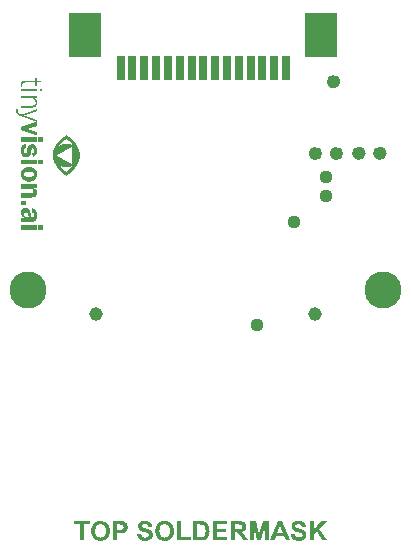
<source format=gts>
G04*
G04 #@! TF.GenerationSoftware,Altium Limited,Altium Designer,22.5.1 (42)*
G04*
G04 Layer_Color=8388736*
%FSLAX25Y25*%
%MOIN*%
G70*
G04*
G04 #@! TF.SameCoordinates,343D76CA-8D90-4984-A01A-401E7FF7C9D5*
G04*
G04*
G04 #@! TF.FilePolarity,Negative*
G04*
G01*
G75*
%ADD15C,0.02400*%
%ADD16C,0.01287*%
%ADD17R,0.02902X0.08374*%
%ADD18R,0.11051X0.14673*%
%ADD19C,0.04437*%
%ADD20C,0.04516*%
%ADD21C,0.12311*%
G36*
X2859Y69742D02*
X4104D01*
Y69510D01*
X4133D01*
Y69191D01*
X4162D01*
Y69076D01*
X2859D01*
Y67917D01*
X2309D01*
Y69076D01*
X-1224D01*
Y69047D01*
X-1369D01*
Y69018D01*
X-1455D01*
Y68989D01*
X-1513D01*
Y68960D01*
X-1571D01*
Y68931D01*
X-1629D01*
Y68902D01*
X-1658D01*
Y68873D01*
X-1687D01*
Y68844D01*
X-1716D01*
Y68815D01*
X-1745D01*
Y68786D01*
X-1774D01*
Y68728D01*
X-1803D01*
Y68670D01*
X-1861D01*
Y68612D01*
X-1890D01*
Y68525D01*
X-1919D01*
Y68323D01*
X-1948D01*
Y67975D01*
X-1919D01*
Y67715D01*
X-1890D01*
Y67599D01*
X-2411D01*
Y67831D01*
X-2440D01*
Y68178D01*
X-2469D01*
Y68439D01*
X-2440D01*
Y68699D01*
X-2411D01*
Y68815D01*
X-2382D01*
Y68931D01*
X-2353D01*
Y68989D01*
X-2324D01*
Y69047D01*
X-2295D01*
Y69105D01*
X-2266D01*
Y69162D01*
X-2237D01*
Y69191D01*
X-2208D01*
Y69249D01*
X-2179D01*
Y69278D01*
X-2150D01*
Y69307D01*
X-2121D01*
Y69336D01*
X-2093D01*
Y69365D01*
X-2063D01*
Y69394D01*
X-2035D01*
Y69423D01*
X-1977D01*
Y69452D01*
X-1948D01*
Y69481D01*
X-1890D01*
Y69510D01*
X-1803D01*
Y69539D01*
X-1745D01*
Y69568D01*
X-1687D01*
Y69597D01*
X-1600D01*
Y69626D01*
X-1513D01*
Y69655D01*
X-1369D01*
Y69684D01*
X-1166D01*
Y69713D01*
X2309D01*
Y70726D01*
X2859D01*
Y69742D01*
D02*
G37*
G36*
Y66151D02*
X-2295D01*
Y66788D01*
X2859D01*
Y66151D01*
D02*
G37*
G36*
X4654Y66122D02*
X3872D01*
Y66643D01*
Y66672D01*
Y66846D01*
X4654D01*
Y66122D01*
D02*
G37*
G36*
X2859Y63922D02*
X1961D01*
Y63893D01*
X2019D01*
Y63864D01*
X2077D01*
Y63835D01*
X2106D01*
Y63806D01*
X2164D01*
Y63777D01*
X2193D01*
Y63748D01*
X2251D01*
Y63719D01*
X2280D01*
Y63690D01*
X2309D01*
Y63661D01*
X2366D01*
Y63632D01*
X2396D01*
Y63603D01*
X2424D01*
Y63574D01*
X2453D01*
Y63545D01*
X2482D01*
Y63516D01*
X2511D01*
Y63487D01*
X2540D01*
Y63458D01*
X2569D01*
Y63429D01*
X2598D01*
Y63401D01*
X2627D01*
Y63343D01*
X2656D01*
Y63314D01*
X2685D01*
Y63256D01*
X2714D01*
Y63227D01*
X2743D01*
Y63169D01*
X2772D01*
Y63111D01*
X2830D01*
Y63053D01*
X2859D01*
Y62995D01*
X2888D01*
Y62908D01*
X2917D01*
Y62822D01*
X2946D01*
Y62706D01*
X2975D01*
Y62503D01*
X3004D01*
Y62126D01*
X2975D01*
Y61924D01*
X2946D01*
Y61779D01*
X2917D01*
Y61692D01*
X2888D01*
Y61634D01*
X2859D01*
Y61547D01*
X2830D01*
Y61489D01*
X2772D01*
Y61461D01*
X2743D01*
Y61403D01*
X2714D01*
Y61345D01*
X2685D01*
Y61316D01*
X2656D01*
Y61287D01*
X2627D01*
Y61229D01*
X2598D01*
Y61200D01*
X2569D01*
Y61171D01*
X2540D01*
Y61142D01*
X2511D01*
Y61113D01*
X2453D01*
Y61084D01*
X2424D01*
Y61055D01*
X2396D01*
Y61026D01*
X2366D01*
Y60997D01*
X2309D01*
Y60968D01*
X2251D01*
Y60939D01*
X2222D01*
Y60910D01*
X2164D01*
Y60882D01*
X2077D01*
Y60852D01*
X2019D01*
Y60824D01*
X1932D01*
Y60795D01*
X1816D01*
Y60766D01*
X1701D01*
Y60737D01*
X1498D01*
Y60708D01*
X-2295D01*
Y61316D01*
X1122D01*
Y61345D01*
X1469D01*
Y61374D01*
X1614D01*
Y61403D01*
X1729D01*
Y61432D01*
X1816D01*
Y61461D01*
X1903D01*
Y61489D01*
X1961D01*
Y61519D01*
X2019D01*
Y61547D01*
X2048D01*
Y61576D01*
X2106D01*
Y61605D01*
X2135D01*
Y61634D01*
X2164D01*
Y61663D01*
X2193D01*
Y61692D01*
X2222D01*
Y61721D01*
X2251D01*
Y61750D01*
X2280D01*
Y61808D01*
X2309D01*
Y61837D01*
X2338D01*
Y61895D01*
X2366D01*
Y61982D01*
X2396D01*
Y62069D01*
X2424D01*
Y62300D01*
X2453D01*
Y62416D01*
X2424D01*
Y62648D01*
X2396D01*
Y62764D01*
X2366D01*
Y62850D01*
X2338D01*
Y62937D01*
X2309D01*
Y62995D01*
X2280D01*
Y63053D01*
X2251D01*
Y63082D01*
X2222D01*
Y63140D01*
X2193D01*
Y63169D01*
X2164D01*
Y63227D01*
X2135D01*
Y63256D01*
X2106D01*
Y63285D01*
X2077D01*
Y63314D01*
X2048D01*
Y63343D01*
X2019D01*
Y63401D01*
X1961D01*
Y63429D01*
X1932D01*
Y63458D01*
X1903D01*
Y63487D01*
X1874D01*
Y63516D01*
X1845D01*
Y63545D01*
X1787D01*
Y63574D01*
X1759D01*
Y63603D01*
X1701D01*
Y63632D01*
X1672D01*
Y63661D01*
X1614D01*
Y63690D01*
X1556D01*
Y63719D01*
X1498D01*
Y63748D01*
X1411D01*
Y63777D01*
X1353D01*
Y63806D01*
X1208D01*
Y63835D01*
X1122D01*
Y63864D01*
X977D01*
Y63893D01*
X774D01*
Y63922D01*
X-2295D01*
Y64588D01*
X2859D01*
Y63922D01*
D02*
G37*
G36*
X-3482Y60129D02*
X-3511D01*
Y60013D01*
X-3540D01*
Y59868D01*
X-3569D01*
Y59636D01*
X-3598D01*
Y59521D01*
X-3569D01*
Y59347D01*
X-3540D01*
Y59231D01*
X-3511D01*
Y59173D01*
X-3482D01*
Y59115D01*
X-3453D01*
Y59086D01*
X-3424D01*
Y59057D01*
X-3396D01*
Y58999D01*
X-3338D01*
Y58970D01*
X-3309D01*
Y58942D01*
X-3280D01*
Y58912D01*
X-3251D01*
Y58884D01*
X-3193D01*
Y58855D01*
X-3164D01*
Y58826D01*
X-3135D01*
Y58797D01*
X-3077D01*
Y58768D01*
X-3019D01*
Y58739D01*
X-2961D01*
Y58710D01*
X-2903D01*
Y58681D01*
X-2845D01*
Y58652D01*
X-2787D01*
Y58623D01*
X-2730D01*
Y58594D01*
X-2643D01*
Y58565D01*
X-2585D01*
Y58536D01*
X-2498D01*
Y58507D01*
X-2411D01*
Y58478D01*
X-2353D01*
Y58449D01*
X-2266D01*
Y58420D01*
X-2150D01*
Y58449D01*
X-2063D01*
Y58478D01*
X-1977D01*
Y58507D01*
X-1890D01*
Y58536D01*
X-1774D01*
Y58565D01*
X-1687D01*
Y58594D01*
X-1600D01*
Y58623D01*
X-1513D01*
Y58652D01*
X-1455D01*
Y58681D01*
X-1369D01*
Y58710D01*
X-1282D01*
Y58739D01*
X-1195D01*
Y58768D01*
X-1108D01*
Y58797D01*
X-1021D01*
Y58826D01*
X-934D01*
Y58855D01*
X-847D01*
Y58884D01*
X-761D01*
Y58912D01*
X-674D01*
Y58942D01*
X-616D01*
Y58970D01*
X-529D01*
Y58999D01*
X-442D01*
Y59028D01*
X-355D01*
Y59057D01*
X-239D01*
Y59086D01*
X-153D01*
Y59115D01*
X-66D01*
Y59144D01*
X21D01*
Y59173D01*
X108D01*
Y59202D01*
X195D01*
Y59231D01*
X282D01*
Y59260D01*
X340D01*
Y59289D01*
X427D01*
Y59318D01*
X513D01*
Y59347D01*
X600D01*
Y59376D01*
X687D01*
Y59405D01*
X774D01*
Y59434D01*
X861D01*
Y59463D01*
X948D01*
Y59492D01*
X1035D01*
Y59521D01*
X1122D01*
Y59549D01*
X1179D01*
Y59579D01*
X1295D01*
Y59607D01*
X1382D01*
Y59636D01*
X1469D01*
Y59665D01*
X1556D01*
Y59694D01*
X1643D01*
Y59723D01*
X1729D01*
Y59752D01*
X1816D01*
Y59781D01*
X1903D01*
Y59810D01*
X1990D01*
Y59839D01*
X2077D01*
Y59868D01*
X2135D01*
Y59897D01*
X2222D01*
Y59926D01*
X2309D01*
Y59955D01*
X2396D01*
Y59984D01*
X2482D01*
Y60013D01*
X2569D01*
Y60042D01*
X2656D01*
Y60071D01*
X2743D01*
Y60100D01*
X2859D01*
Y59434D01*
X2743D01*
Y59405D01*
X2656D01*
Y59376D01*
X2569D01*
Y59347D01*
X2482D01*
Y59318D01*
X2396D01*
Y59289D01*
X2309D01*
Y59260D01*
X2222D01*
Y59231D01*
X2135D01*
Y59202D01*
X2048D01*
Y59173D01*
X1961D01*
Y59144D01*
X1874D01*
Y59115D01*
X1787D01*
Y59086D01*
X1701D01*
Y59057D01*
X1614D01*
Y59028D01*
X1527D01*
Y58999D01*
X1440D01*
Y58970D01*
X1353D01*
Y58942D01*
X1237D01*
Y58912D01*
X1150D01*
Y58884D01*
X1064D01*
Y58855D01*
X977D01*
Y58826D01*
X890D01*
Y58797D01*
X803D01*
Y58768D01*
X716D01*
Y58739D01*
X629D01*
Y58710D01*
X542D01*
Y58681D01*
X455D01*
Y58652D01*
X369D01*
Y58623D01*
X282D01*
Y58594D01*
X195D01*
Y58565D01*
X108D01*
Y58536D01*
X21D01*
Y58507D01*
X-66D01*
Y58478D01*
X-153D01*
Y58449D01*
X-239D01*
Y58420D01*
X-355D01*
Y58391D01*
X-442D01*
Y58362D01*
X-529D01*
Y58333D01*
X-616D01*
Y58305D01*
X-703D01*
Y58276D01*
X-790D01*
Y58247D01*
X-876D01*
Y58218D01*
X-963D01*
Y58189D01*
X-1050D01*
Y58160D01*
X-1137D01*
Y58131D01*
X-1224D01*
Y58102D01*
X-1311D01*
Y58073D01*
X-1224D01*
Y58044D01*
X-1137D01*
Y58015D01*
X-1050D01*
Y57986D01*
X-992D01*
Y57957D01*
X-905D01*
Y57928D01*
X-819D01*
Y57899D01*
X-732D01*
Y57870D01*
X-674D01*
Y57841D01*
X-587D01*
Y57812D01*
X-500D01*
Y57783D01*
X-442D01*
Y57754D01*
X-355D01*
Y57725D01*
X-239D01*
Y57696D01*
X-153D01*
Y57667D01*
X-95D01*
Y57639D01*
X-8D01*
Y57610D01*
X79D01*
Y57581D01*
X166D01*
Y57552D01*
X224D01*
Y57523D01*
X311D01*
Y57494D01*
X398D01*
Y57465D01*
X455D01*
Y57436D01*
X542D01*
Y57407D01*
X629D01*
Y57378D01*
X716D01*
Y57349D01*
X774D01*
Y57320D01*
X861D01*
Y57291D01*
X948D01*
Y57262D01*
X1035D01*
Y57233D01*
X1092D01*
Y57204D01*
X1179D01*
Y57175D01*
X1295D01*
Y57146D01*
X1353D01*
Y57117D01*
X1440D01*
Y57088D01*
X1527D01*
Y57060D01*
X1614D01*
Y57030D01*
X1672D01*
Y57002D01*
X1759D01*
Y56973D01*
X1845D01*
Y56944D01*
X1932D01*
Y56915D01*
X1990D01*
Y56886D01*
X2077D01*
Y56857D01*
X2164D01*
Y56828D01*
X2222D01*
Y56799D01*
X2309D01*
Y56770D01*
X2396D01*
Y56741D01*
X2482D01*
Y56712D01*
X2540D01*
Y56683D01*
X2627D01*
Y56654D01*
X2714D01*
Y56625D01*
X2830D01*
Y56596D01*
X2859D01*
Y54483D01*
X2743D01*
Y54453D01*
X2656D01*
Y54425D01*
X2540D01*
Y54396D01*
X2453D01*
Y54367D01*
X2366D01*
Y54338D01*
X2251D01*
Y54309D01*
X2164D01*
Y54280D01*
X2077D01*
Y54251D01*
X1990D01*
Y54222D01*
X1874D01*
Y54193D01*
X1787D01*
Y54164D01*
X1701D01*
Y54135D01*
X1585D01*
Y54106D01*
X1498D01*
Y54077D01*
X1411D01*
Y54048D01*
X1324D01*
Y54019D01*
X1179D01*
Y53990D01*
X1092D01*
Y53961D01*
X1006D01*
Y53932D01*
X890D01*
Y53903D01*
X803D01*
Y53874D01*
X716D01*
Y53846D01*
X629D01*
Y53816D01*
X513D01*
Y53788D01*
X427D01*
Y53759D01*
X340D01*
Y53730D01*
X224D01*
Y53701D01*
X137D01*
Y53672D01*
X50D01*
Y53643D01*
X-37D01*
Y53614D01*
X-153D01*
Y53585D01*
X-239D01*
Y53556D01*
X-355D01*
Y53527D01*
X-239D01*
Y53498D01*
X-153D01*
Y53469D01*
X-37D01*
Y53440D01*
X50D01*
Y53411D01*
X137D01*
Y53382D01*
X224D01*
Y53353D01*
X311D01*
Y53324D01*
X427D01*
Y53295D01*
X513D01*
Y53266D01*
X600D01*
Y53237D01*
X687D01*
Y53209D01*
X803D01*
Y53180D01*
X890D01*
Y53151D01*
X977D01*
Y53122D01*
X1064D01*
Y53093D01*
X1150D01*
Y53064D01*
X1295D01*
Y53035D01*
X1382D01*
Y53006D01*
X1469D01*
Y52977D01*
X1556D01*
Y52948D01*
X1672D01*
Y52919D01*
X1759D01*
Y52890D01*
X1845D01*
Y52861D01*
X1932D01*
Y52832D01*
X2019D01*
Y52803D01*
X2135D01*
Y52774D01*
X2222D01*
Y52745D01*
X2309D01*
Y52716D01*
X2396D01*
Y52687D01*
X2482D01*
Y52658D01*
X2598D01*
Y52629D01*
X2685D01*
Y52600D01*
X2772D01*
Y52571D01*
X2859D01*
Y51413D01*
X2743D01*
Y51471D01*
X2685D01*
Y51500D01*
X2598D01*
Y51529D01*
X2511D01*
Y51558D01*
X2424D01*
Y51587D01*
X2338D01*
Y51616D01*
X2251D01*
Y51645D01*
X2164D01*
Y51674D01*
X2077D01*
Y51703D01*
X1990D01*
Y51732D01*
X1903D01*
Y51761D01*
X1816D01*
Y51790D01*
X1729D01*
Y51819D01*
X1672D01*
Y51848D01*
X1585D01*
Y51877D01*
X1498D01*
Y51906D01*
X1411D01*
Y51934D01*
X1324D01*
Y51963D01*
X1208D01*
Y51992D01*
X1122D01*
Y52021D01*
X1035D01*
Y52050D01*
X948D01*
Y52079D01*
X861D01*
Y52108D01*
X774D01*
Y52137D01*
X687D01*
Y52166D01*
X629D01*
Y52195D01*
X542D01*
Y52224D01*
X455D01*
Y52253D01*
X369D01*
Y52282D01*
X282D01*
Y52311D01*
X195D01*
Y52340D01*
X108D01*
Y52369D01*
X21D01*
Y52398D01*
X-66D01*
Y52427D01*
X-153D01*
Y52456D01*
X-239D01*
Y52485D01*
X-355D01*
Y52514D01*
X-413D01*
Y52543D01*
X-500D01*
Y52571D01*
X-587D01*
Y52600D01*
X-674D01*
Y52629D01*
X-761D01*
Y52658D01*
X-847D01*
Y52687D01*
X-934D01*
Y52716D01*
X-1021D01*
Y52745D01*
X-1108D01*
Y52774D01*
X-1195D01*
Y52803D01*
X-1282D01*
Y52832D01*
X-1369D01*
Y52861D01*
X-1426D01*
Y52890D01*
X-1513D01*
Y52919D01*
X-1600D01*
Y52948D01*
X-1687D01*
Y52977D01*
X-1774D01*
Y53006D01*
X-1890D01*
Y53035D01*
X-1977D01*
Y53064D01*
X-2063D01*
Y53093D01*
X-2150D01*
Y53122D01*
X-2237D01*
Y53151D01*
X-2295D01*
Y54338D01*
X-2266D01*
Y54367D01*
X-2179D01*
Y54396D01*
X-2093D01*
Y54425D01*
X-2006D01*
Y54453D01*
X-1919D01*
Y54483D01*
X-1803D01*
Y54511D01*
X-1745D01*
Y54540D01*
X-1658D01*
Y54569D01*
X-1571D01*
Y54598D01*
X-1484D01*
Y54627D01*
X-1398D01*
Y54656D01*
X-1311D01*
Y54685D01*
X-1224D01*
Y54714D01*
X-1137D01*
Y54743D01*
X-1050D01*
Y54772D01*
X-963D01*
Y54801D01*
X-876D01*
Y54830D01*
X-790D01*
Y54859D01*
X-732D01*
Y54888D01*
X-645D01*
Y54917D01*
X-558D01*
Y54946D01*
X-471D01*
Y54975D01*
X-384D01*
Y55004D01*
X-297D01*
Y55033D01*
X-181D01*
Y55062D01*
X-95D01*
Y55090D01*
X-8D01*
Y55120D01*
X79D01*
Y55148D01*
X166D01*
Y55177D01*
X253D01*
Y55206D01*
X311D01*
Y55235D01*
X398D01*
Y55264D01*
X484D01*
Y55293D01*
X571D01*
Y55322D01*
X658D01*
Y55351D01*
X745D01*
Y55380D01*
X832D01*
Y55409D01*
X919D01*
Y55438D01*
X1006D01*
Y55467D01*
X1092D01*
Y55496D01*
X1179D01*
Y55525D01*
X1295D01*
Y55554D01*
X1353D01*
Y55583D01*
X1440D01*
Y55612D01*
X1527D01*
Y55641D01*
X1614D01*
Y55670D01*
X1701D01*
Y55699D01*
X1787D01*
Y55727D01*
X1874D01*
Y55756D01*
X1961D01*
Y55786D01*
X2048D01*
Y55814D01*
X2135D01*
Y55843D01*
X2222D01*
Y55872D01*
X2309D01*
Y55901D01*
X2366D01*
Y55930D01*
X2453D01*
Y55959D01*
X2540D01*
Y55988D01*
X2627D01*
Y56017D01*
X2714D01*
Y56046D01*
X2656D01*
Y56075D01*
X2569D01*
Y56104D01*
X2511D01*
Y56133D01*
X2424D01*
Y56162D01*
X2338D01*
Y56191D01*
X2251D01*
Y56220D01*
X2193D01*
Y56249D01*
X2106D01*
Y56278D01*
X2019D01*
Y56307D01*
X1961D01*
Y56336D01*
X1874D01*
Y56365D01*
X1787D01*
Y56393D01*
X1701D01*
Y56422D01*
X1643D01*
Y56451D01*
X1556D01*
Y56480D01*
X1469D01*
Y56509D01*
X1411D01*
Y56538D01*
X1324D01*
Y56567D01*
X1208D01*
Y56596D01*
X1122D01*
Y56625D01*
X1064D01*
Y56654D01*
X977D01*
Y56683D01*
X890D01*
Y56712D01*
X832D01*
Y56741D01*
X745D01*
Y56770D01*
X658D01*
Y56799D01*
X571D01*
Y56828D01*
X513D01*
Y56857D01*
X427D01*
Y56886D01*
X340D01*
Y56915D01*
X282D01*
Y56944D01*
X195D01*
Y56973D01*
X108D01*
Y57002D01*
X21D01*
Y57030D01*
X-37D01*
Y57060D01*
X-124D01*
Y57088D01*
X-210D01*
Y57117D01*
X-297D01*
Y57146D01*
X-384D01*
Y57175D01*
X-471D01*
Y57204D01*
X-558D01*
Y57233D01*
X-616D01*
Y57262D01*
X-703D01*
Y57291D01*
X-790D01*
Y57320D01*
X-847D01*
Y57349D01*
X-934D01*
Y57378D01*
X-1021D01*
Y57407D01*
X-1108D01*
Y57436D01*
X-1166D01*
Y57465D01*
X-1253D01*
Y57494D01*
X-1340D01*
Y57523D01*
X-1426D01*
Y57552D01*
X-1484D01*
Y57581D01*
X-1571D01*
Y57610D01*
X-1658D01*
Y57639D01*
X-1716D01*
Y57667D01*
X-1803D01*
Y57696D01*
X-1919D01*
Y57725D01*
X-2006D01*
Y57754D01*
X-2063D01*
Y57783D01*
X-2150D01*
Y57812D01*
X-2237D01*
Y57841D01*
X-2295D01*
Y57870D01*
X-2382D01*
Y57899D01*
X-2469D01*
Y57928D01*
X-2556D01*
Y57957D01*
X-2614D01*
Y57986D01*
X-2701D01*
Y58015D01*
X-2787D01*
Y58044D01*
X-2845D01*
Y58073D01*
X-2932D01*
Y58102D01*
X-2990D01*
Y58131D01*
X-3077D01*
Y58160D01*
X-3135D01*
Y58189D01*
X-3193D01*
Y58218D01*
X-3251D01*
Y58247D01*
X-3309D01*
Y58276D01*
X-3396D01*
Y58305D01*
X-3424D01*
Y58333D01*
X-3482D01*
Y58362D01*
X-3540D01*
Y58391D01*
X-3569D01*
Y58420D01*
X-3598D01*
Y58449D01*
X-3656D01*
Y58478D01*
X-3685D01*
Y58507D01*
X-3714D01*
Y58536D01*
X-3743D01*
Y58565D01*
X-3772D01*
Y58594D01*
X-3801D01*
Y58623D01*
X-3830D01*
Y58681D01*
X-3859D01*
Y58710D01*
X-3888D01*
Y58739D01*
X-3917D01*
Y58797D01*
X-3946D01*
Y58855D01*
X-3975D01*
Y58912D01*
X-4003D01*
Y58970D01*
X-4033D01*
Y59057D01*
X-4061D01*
Y59173D01*
X-4090D01*
Y59347D01*
X-4119D01*
Y59752D01*
X-4090D01*
Y59955D01*
X-4061D01*
Y60071D01*
X-4033D01*
Y60158D01*
X-3482D01*
Y60129D01*
D02*
G37*
G36*
X4799Y49502D02*
Y49473D01*
Y49300D01*
X3264D01*
Y50805D01*
X4799D01*
Y49502D01*
D02*
G37*
G36*
X2859Y49300D02*
X-2295D01*
Y50805D01*
X2859D01*
Y49300D01*
D02*
G37*
G36*
X-847Y48460D02*
X-819D01*
Y48257D01*
X-790D01*
Y48026D01*
X-761D01*
Y47823D01*
X-732D01*
Y47620D01*
X-703D01*
Y47389D01*
X-761D01*
Y47360D01*
X-847D01*
Y47331D01*
X-905D01*
Y47302D01*
X-934D01*
Y47273D01*
X-992D01*
Y47244D01*
X-1021D01*
Y47215D01*
X-1050D01*
Y47186D01*
X-1079D01*
Y47157D01*
X-1108D01*
Y47128D01*
X-1137D01*
Y47099D01*
X-1166D01*
Y47070D01*
X-1195D01*
Y47012D01*
X-1224D01*
Y46954D01*
X-1253D01*
Y46896D01*
X-1282D01*
Y46810D01*
X-1311D01*
Y46694D01*
X-1340D01*
Y46491D01*
X-1369D01*
Y46143D01*
X-1340D01*
Y45970D01*
X-1311D01*
Y45854D01*
X-1282D01*
Y45767D01*
X-1253D01*
Y45709D01*
X-1224D01*
Y45651D01*
X-1195D01*
Y45622D01*
X-1166D01*
Y45593D01*
X-1137D01*
Y45564D01*
X-1108D01*
Y45535D01*
X-1079D01*
Y45507D01*
X-1050D01*
Y45478D01*
X-992D01*
Y45449D01*
X-761D01*
Y45478D01*
X-703D01*
Y45507D01*
X-674D01*
Y45535D01*
X-645D01*
Y45564D01*
X-616D01*
Y45622D01*
X-587D01*
Y45680D01*
X-558D01*
Y45738D01*
X-529D01*
Y45854D01*
X-500D01*
Y45999D01*
X-471D01*
Y46230D01*
X-442D01*
Y46404D01*
X-413D01*
Y46578D01*
X-384D01*
Y46723D01*
X-355D01*
Y46867D01*
X-326D01*
Y47012D01*
X-297D01*
Y47128D01*
X-239D01*
Y47244D01*
X-210D01*
Y47360D01*
X-181D01*
Y47447D01*
X-153D01*
Y47562D01*
X-124D01*
Y47620D01*
X-95D01*
Y47707D01*
X-66D01*
Y47765D01*
X-37D01*
Y47794D01*
X-8D01*
Y47852D01*
X21D01*
Y47881D01*
X50D01*
Y47939D01*
X79D01*
Y47968D01*
X108D01*
Y47997D01*
X137D01*
Y48026D01*
X166D01*
Y48055D01*
X195D01*
Y48083D01*
X224D01*
Y48112D01*
X253D01*
Y48141D01*
X282D01*
Y48170D01*
X311D01*
Y48199D01*
X369D01*
Y48228D01*
X398D01*
Y48257D01*
X455D01*
Y48286D01*
X484D01*
Y48315D01*
X542D01*
Y48344D01*
X600D01*
Y48373D01*
X687D01*
Y48402D01*
X774D01*
Y48431D01*
X861D01*
Y48460D01*
X1035D01*
Y48489D01*
X1469D01*
Y48460D01*
X1643D01*
Y48431D01*
X1759D01*
Y48402D01*
X1845D01*
Y48373D01*
X1903D01*
Y48344D01*
X1961D01*
Y48315D01*
X2019D01*
Y48286D01*
X2077D01*
Y48257D01*
X2106D01*
Y48228D01*
X2164D01*
Y48199D01*
X2193D01*
Y48170D01*
X2251D01*
Y48141D01*
X2280D01*
Y48112D01*
X2309D01*
Y48083D01*
X2338D01*
Y48055D01*
X2366D01*
Y48026D01*
X2396D01*
Y47997D01*
X2424D01*
Y47968D01*
X2453D01*
Y47910D01*
X2482D01*
Y47881D01*
X2511D01*
Y47852D01*
X2540D01*
Y47794D01*
X2569D01*
Y47765D01*
X2598D01*
Y47707D01*
X2627D01*
Y47649D01*
X2656D01*
Y47591D01*
X2685D01*
Y47533D01*
X2714D01*
Y47475D01*
X2743D01*
Y47389D01*
X2772D01*
Y47302D01*
X2830D01*
Y47215D01*
X2859D01*
Y47099D01*
X2888D01*
Y46983D01*
X2917D01*
Y46780D01*
X2946D01*
Y45912D01*
X2917D01*
Y45709D01*
X2888D01*
Y45593D01*
X2859D01*
Y45478D01*
X2830D01*
Y45391D01*
X2772D01*
Y45333D01*
X2743D01*
Y45275D01*
X2714D01*
Y45217D01*
X2685D01*
Y45159D01*
X2656D01*
Y45101D01*
X2627D01*
Y45072D01*
X2598D01*
Y45014D01*
X2569D01*
Y44985D01*
X2540D01*
Y44956D01*
X2511D01*
Y44899D01*
X2482D01*
Y44870D01*
X2453D01*
Y44841D01*
X2424D01*
Y44812D01*
X2396D01*
Y44783D01*
X2366D01*
Y44754D01*
X2338D01*
Y44725D01*
X2280D01*
Y44696D01*
X2251D01*
Y44667D01*
X2222D01*
Y44638D01*
X2164D01*
Y44609D01*
X2135D01*
Y44580D01*
X2077D01*
Y44551D01*
X2048D01*
Y44522D01*
X1990D01*
Y44493D01*
X1932D01*
Y44464D01*
X1874D01*
Y44435D01*
X1816D01*
Y44406D01*
X1759D01*
Y44377D01*
X1672D01*
Y44348D01*
X1585D01*
Y44406D01*
X1556D01*
Y44493D01*
X1527D01*
Y44609D01*
X1498D01*
Y44725D01*
X1469D01*
Y44812D01*
X1440D01*
Y44927D01*
X1411D01*
Y45014D01*
X1382D01*
Y45130D01*
X1353D01*
Y45246D01*
X1324D01*
Y45333D01*
X1295D01*
Y45449D01*
X1353D01*
Y45478D01*
X1440D01*
Y45507D01*
X1498D01*
Y45535D01*
X1556D01*
Y45564D01*
X1585D01*
Y45593D01*
X1643D01*
Y45622D01*
X1672D01*
Y45651D01*
X1701D01*
Y45680D01*
X1729D01*
Y45709D01*
X1759D01*
Y45738D01*
X1787D01*
Y45767D01*
X1816D01*
Y45825D01*
X1845D01*
Y45883D01*
X1874D01*
Y45941D01*
X1903D01*
Y46028D01*
X1932D01*
Y46143D01*
X1961D01*
Y46665D01*
X1932D01*
Y46780D01*
X1903D01*
Y46867D01*
X1874D01*
Y46925D01*
X1845D01*
Y46954D01*
X1816D01*
Y47012D01*
X1787D01*
Y47041D01*
X1759D01*
Y47070D01*
X1701D01*
Y47099D01*
X1643D01*
Y47128D01*
X1411D01*
Y47099D01*
X1353D01*
Y47070D01*
X1324D01*
Y47041D01*
X1295D01*
Y47012D01*
X1237D01*
Y46983D01*
X1208D01*
Y46925D01*
X1179D01*
Y46839D01*
X1150D01*
Y46752D01*
X1122D01*
Y46607D01*
X1092D01*
Y46433D01*
X1064D01*
Y46230D01*
X1035D01*
Y46028D01*
X1006D01*
Y45854D01*
X977D01*
Y45680D01*
X948D01*
Y45535D01*
X919D01*
Y45391D01*
X890D01*
Y45275D01*
X861D01*
Y45159D01*
X832D01*
Y45072D01*
X803D01*
Y45014D01*
X774D01*
Y44927D01*
X745D01*
Y44870D01*
X716D01*
Y44812D01*
X687D01*
Y44754D01*
X658D01*
Y44725D01*
X629D01*
Y44667D01*
X600D01*
Y44638D01*
X571D01*
Y44609D01*
X542D01*
Y44580D01*
X513D01*
Y44522D01*
X484D01*
Y44493D01*
X427D01*
Y44464D01*
X398D01*
Y44435D01*
X369D01*
Y44406D01*
X340D01*
Y44377D01*
X282D01*
Y44348D01*
X253D01*
Y44319D01*
X195D01*
Y44290D01*
X137D01*
Y44262D01*
X79D01*
Y44232D01*
X-8D01*
Y44204D01*
X-95D01*
Y44175D01*
X-210D01*
Y44146D01*
X-442D01*
Y44117D01*
X-819D01*
Y44146D01*
X-1021D01*
Y44175D01*
X-1137D01*
Y44204D01*
X-1224D01*
Y44232D01*
X-1282D01*
Y44262D01*
X-1340D01*
Y44290D01*
X-1398D01*
Y44319D01*
X-1455D01*
Y44348D01*
X-1513D01*
Y44377D01*
X-1542D01*
Y44406D01*
X-1600D01*
Y44435D01*
X-1629D01*
Y44464D01*
X-1658D01*
Y44493D01*
X-1716D01*
Y44522D01*
X-1745D01*
Y44551D01*
X-1774D01*
Y44580D01*
X-1803D01*
Y44609D01*
X-1861D01*
Y44667D01*
X-1890D01*
Y44696D01*
X-1919D01*
Y44725D01*
X-1948D01*
Y44754D01*
X-1977D01*
Y44812D01*
X-2006D01*
Y44841D01*
X-2035D01*
Y44899D01*
X-2063D01*
Y44927D01*
X-2093D01*
Y44985D01*
X-2121D01*
Y45043D01*
X-2150D01*
Y45101D01*
X-2179D01*
Y45188D01*
X-2208D01*
Y45246D01*
X-2237D01*
Y45333D01*
X-2266D01*
Y45420D01*
X-2295D01*
Y45478D01*
Y45507D01*
Y45535D01*
X-2324D01*
Y45651D01*
X-2353D01*
Y45825D01*
X-2382D01*
Y46115D01*
X-2411D01*
Y46723D01*
X-2382D01*
Y46983D01*
X-2353D01*
Y47157D01*
X-2324D01*
Y47273D01*
X-2295D01*
Y47389D01*
X-2266D01*
Y47475D01*
X-2237D01*
Y47533D01*
X-2208D01*
Y47620D01*
X-2179D01*
Y47678D01*
X-2150D01*
Y47736D01*
X-2121D01*
Y47794D01*
X-2093D01*
Y47823D01*
X-2063D01*
Y47881D01*
X-2035D01*
Y47939D01*
X-2006D01*
Y47968D01*
X-1977D01*
Y47997D01*
X-1948D01*
Y48055D01*
X-1919D01*
Y48083D01*
X-1890D01*
Y48112D01*
X-1861D01*
Y48141D01*
X-1803D01*
Y48170D01*
X-1774D01*
Y48199D01*
X-1745D01*
Y48228D01*
X-1716D01*
Y48257D01*
X-1687D01*
Y48286D01*
X-1658D01*
Y48315D01*
X-1629D01*
Y48344D01*
X-1600D01*
Y48373D01*
X-1571D01*
Y48402D01*
X-1513D01*
Y48431D01*
X-1484D01*
Y48460D01*
X-1426D01*
Y48489D01*
X-1369D01*
Y48518D01*
X-1311D01*
Y48547D01*
X-1253D01*
Y48576D01*
X-1195D01*
Y48605D01*
X-1108D01*
Y48634D01*
X-992D01*
Y48663D01*
X-847D01*
Y48460D01*
D02*
G37*
G36*
X4799Y41800D02*
X3264D01*
Y42698D01*
Y42727D01*
Y43306D01*
X4799D01*
Y41800D01*
D02*
G37*
G36*
X2859D02*
X-2295D01*
Y43306D01*
X2859D01*
Y41800D01*
D02*
G37*
G36*
X12761Y51471D02*
X12790D01*
Y51413D01*
X12848D01*
Y51384D01*
X12877D01*
Y51355D01*
X12935D01*
Y51326D01*
X12993D01*
Y51297D01*
X13022D01*
Y51269D01*
X13080D01*
Y51240D01*
X13109D01*
Y51211D01*
X13167D01*
Y51182D01*
X13196D01*
Y51153D01*
X13225D01*
Y51124D01*
X13282D01*
Y51095D01*
X13311D01*
Y51066D01*
X13369D01*
Y51037D01*
X13398D01*
Y51008D01*
X13427D01*
Y50979D01*
X13485D01*
Y50950D01*
X13514D01*
Y50921D01*
X13543D01*
Y50892D01*
X13601D01*
Y50863D01*
X13659D01*
Y50834D01*
X13688D01*
Y50805D01*
X13717D01*
Y50776D01*
X13775D01*
Y50747D01*
X13804D01*
Y50718D01*
X13833D01*
Y50689D01*
X13861D01*
Y50661D01*
X13919D01*
Y50631D01*
X13948D01*
Y50603D01*
X13977D01*
Y50574D01*
X14006D01*
Y50545D01*
X14035D01*
Y50516D01*
X14064D01*
Y50487D01*
X14122D01*
Y50458D01*
X14151D01*
Y50429D01*
X14180D01*
Y50400D01*
X14209D01*
Y50371D01*
X14238D01*
Y50342D01*
X14267D01*
Y50313D01*
X14296D01*
Y50284D01*
X14325D01*
Y50255D01*
X14383D01*
Y50226D01*
X14412D01*
Y50197D01*
X14441D01*
Y50168D01*
X14470D01*
Y50139D01*
X14499D01*
Y50110D01*
X14527D01*
Y50081D01*
X14557D01*
Y50052D01*
X14585D01*
Y50024D01*
X14614D01*
Y49995D01*
X14643D01*
Y49966D01*
X14672D01*
Y49937D01*
X14701D01*
Y49908D01*
X14730D01*
Y49879D01*
X14759D01*
Y49850D01*
X14788D01*
Y49821D01*
X14817D01*
Y49792D01*
X14846D01*
Y49763D01*
X14875D01*
Y49734D01*
X14904D01*
Y49705D01*
X14933D01*
Y49676D01*
X14962D01*
Y49647D01*
X14991D01*
Y49618D01*
X15020D01*
Y49589D01*
X15049D01*
Y49531D01*
X15078D01*
Y49502D01*
X15107D01*
Y49473D01*
X15136D01*
Y49444D01*
X15165D01*
Y49415D01*
X15222D01*
Y49387D01*
X15251D01*
Y49358D01*
X15280D01*
Y49329D01*
X15309D01*
Y49271D01*
X15338D01*
Y49242D01*
X15367D01*
Y49213D01*
X15396D01*
Y49184D01*
X15425D01*
Y49155D01*
X15454D01*
Y49097D01*
X15483D01*
Y49068D01*
X15512D01*
Y49039D01*
X15541D01*
Y49010D01*
X15570D01*
Y48952D01*
X15599D01*
Y48923D01*
X15628D01*
Y48894D01*
X15657D01*
Y48865D01*
X15686D01*
Y48807D01*
X15715D01*
Y48778D01*
X15744D01*
Y48750D01*
X15773D01*
Y48692D01*
X15801D01*
Y48663D01*
X15830D01*
Y48605D01*
X15859D01*
Y48576D01*
X15888D01*
Y48547D01*
X15917D01*
Y48489D01*
X15946D01*
Y48460D01*
X15975D01*
Y48402D01*
X16004D01*
Y48373D01*
X16033D01*
Y48315D01*
X16062D01*
Y48286D01*
X16091D01*
Y48228D01*
X16120D01*
Y48170D01*
X16149D01*
Y48141D01*
X16178D01*
Y48083D01*
X16207D01*
Y48055D01*
X16236D01*
Y47997D01*
X16265D01*
Y47939D01*
X16294D01*
Y47881D01*
X16323D01*
Y47852D01*
X16352D01*
Y47794D01*
X16381D01*
Y47736D01*
X16409D01*
Y47678D01*
X16439D01*
Y47620D01*
X16467D01*
Y47562D01*
X16496D01*
Y47504D01*
X16525D01*
Y47447D01*
X16554D01*
Y47389D01*
X16583D01*
Y47331D01*
X16612D01*
Y47273D01*
X16641D01*
Y47186D01*
X16670D01*
Y47128D01*
X16699D01*
Y47070D01*
X16757D01*
Y46983D01*
X16786D01*
Y46925D01*
X16815D01*
Y46839D01*
X16844D01*
Y46752D01*
X16873D01*
Y46665D01*
X16902D01*
Y46578D01*
X16931D01*
Y46491D01*
X16960D01*
Y46404D01*
X16989D01*
Y46288D01*
X17018D01*
Y46172D01*
X17047D01*
Y46057D01*
X17075D01*
Y45912D01*
X17104D01*
Y45767D01*
X17133D01*
Y45593D01*
X17162D01*
Y45420D01*
X17191D01*
Y44262D01*
X17162D01*
Y43943D01*
X17133D01*
Y43769D01*
X17104D01*
Y43624D01*
X17075D01*
Y43480D01*
X17047D01*
Y43364D01*
X17018D01*
Y43248D01*
X16989D01*
Y43161D01*
X16960D01*
Y43045D01*
X16931D01*
Y42959D01*
X16902D01*
Y42872D01*
X16873D01*
Y42785D01*
X16844D01*
Y42727D01*
X16815D01*
Y42640D01*
X16786D01*
Y42553D01*
X16757D01*
Y42495D01*
X16699D01*
Y42437D01*
X16670D01*
Y42351D01*
X16641D01*
Y42293D01*
X16612D01*
Y42235D01*
X16583D01*
Y42177D01*
X16554D01*
Y42090D01*
X16525D01*
Y42032D01*
X16496D01*
Y41974D01*
X16467D01*
Y41945D01*
X16439D01*
Y41887D01*
X16409D01*
Y41829D01*
X16381D01*
Y41771D01*
X16352D01*
Y41714D01*
X16323D01*
Y41656D01*
X16294D01*
Y41627D01*
X16265D01*
Y41569D01*
X16236D01*
Y41511D01*
X16207D01*
Y41482D01*
X16178D01*
Y41424D01*
X16149D01*
Y41366D01*
X16120D01*
Y41337D01*
X16091D01*
Y41279D01*
X16062D01*
Y41250D01*
X16033D01*
Y41192D01*
X16004D01*
Y41163D01*
X15975D01*
Y41105D01*
X15946D01*
Y41076D01*
X15917D01*
Y41019D01*
X15888D01*
Y40990D01*
X15859D01*
Y40932D01*
X15830D01*
Y40903D01*
X15801D01*
Y40845D01*
X15773D01*
Y40816D01*
X15744D01*
Y40787D01*
X15715D01*
Y40729D01*
X15686D01*
Y40700D01*
X15657D01*
Y40671D01*
X15628D01*
Y40613D01*
X15599D01*
Y40584D01*
X15570D01*
Y40555D01*
X15541D01*
Y40526D01*
X15512D01*
Y40468D01*
X15483D01*
Y40439D01*
X15454D01*
Y40411D01*
X15425D01*
Y40382D01*
X15396D01*
Y40324D01*
X15367D01*
Y40295D01*
X15338D01*
Y40266D01*
X15309D01*
Y40237D01*
X15280D01*
Y40208D01*
X15251D01*
Y40179D01*
X15222D01*
Y40121D01*
X15165D01*
Y40092D01*
X15136D01*
Y40063D01*
X15107D01*
Y40034D01*
X15078D01*
Y40005D01*
X15049D01*
Y39976D01*
X15020D01*
Y39947D01*
X14991D01*
Y39918D01*
X14962D01*
Y39889D01*
X14933D01*
Y39831D01*
X14904D01*
Y39803D01*
X14875D01*
Y39773D01*
X14846D01*
Y39744D01*
X14817D01*
Y39716D01*
X14788D01*
Y39687D01*
X14759D01*
Y39658D01*
X14730D01*
Y39629D01*
X14701D01*
Y39600D01*
X14672D01*
Y39571D01*
X14643D01*
Y39542D01*
X14614D01*
Y39513D01*
X14585D01*
Y39484D01*
X14557D01*
Y39455D01*
X14527D01*
Y39426D01*
X14499D01*
Y39397D01*
X14470D01*
Y39368D01*
X14441D01*
Y39339D01*
X14412D01*
Y39310D01*
X14383D01*
Y39281D01*
X14354D01*
Y39252D01*
X14325D01*
Y39223D01*
X14296D01*
Y39194D01*
X14238D01*
Y39165D01*
X14209D01*
Y39136D01*
X14180D01*
Y39107D01*
X14151D01*
Y39079D01*
X14122D01*
Y39050D01*
X14093D01*
Y39021D01*
X14064D01*
Y38992D01*
X14035D01*
Y38963D01*
X14006D01*
Y38934D01*
X13977D01*
Y38905D01*
X13919D01*
Y38876D01*
X13891D01*
Y38847D01*
X13861D01*
Y38818D01*
X13833D01*
Y38789D01*
X13804D01*
Y38760D01*
X13775D01*
Y38731D01*
X13746D01*
Y38702D01*
X13688D01*
Y38673D01*
X13659D01*
Y38644D01*
X13601D01*
Y38615D01*
X13572D01*
Y38557D01*
X13543D01*
Y38528D01*
X13485D01*
Y38500D01*
X13456D01*
Y38471D01*
X13427D01*
Y38442D01*
X13398D01*
Y38413D01*
X13340D01*
Y38384D01*
X13311D01*
Y38355D01*
X13282D01*
Y38326D01*
X13253D01*
Y38297D01*
X13196D01*
Y38268D01*
X13167D01*
Y38239D01*
X13138D01*
Y38210D01*
X13109D01*
Y38181D01*
X13051D01*
Y38152D01*
X13022D01*
Y38123D01*
X12993D01*
Y38094D01*
X12964D01*
Y38065D01*
X12906D01*
Y38036D01*
X12877D01*
Y38007D01*
X12848D01*
Y37978D01*
X12790D01*
Y37949D01*
X12761D01*
Y37920D01*
X12703D01*
Y37949D01*
X12674D01*
Y37978D01*
X12617D01*
Y38007D01*
X12587D01*
Y38036D01*
X12530D01*
Y38065D01*
X12501D01*
Y38094D01*
X12472D01*
Y38123D01*
X12414D01*
Y38152D01*
X12385D01*
Y38181D01*
X12327D01*
Y38210D01*
X12298D01*
Y38239D01*
X12269D01*
Y38268D01*
X12211D01*
Y38297D01*
X12182D01*
Y38326D01*
X12153D01*
Y38355D01*
X12066D01*
Y38384D01*
X12037D01*
Y38413D01*
X12008D01*
Y38442D01*
X11951D01*
Y38471D01*
X11922D01*
Y38500D01*
X11893D01*
Y38528D01*
X11864D01*
Y38557D01*
X11806D01*
Y38615D01*
X11777D01*
Y38644D01*
X11748D01*
Y38673D01*
X11719D01*
Y38702D01*
X11690D01*
Y38731D01*
X11632D01*
Y38760D01*
X11603D01*
Y38789D01*
X11574D01*
Y38818D01*
X11545D01*
Y38847D01*
X11516D01*
Y38876D01*
X11487D01*
Y38905D01*
X11429D01*
Y38934D01*
X11400D01*
Y38963D01*
X11371D01*
Y38992D01*
X11343D01*
Y39021D01*
X11314D01*
Y39050D01*
X11285D01*
Y39079D01*
X11256D01*
Y39107D01*
X11227D01*
Y39136D01*
X11198D01*
Y39165D01*
X11169D01*
Y39194D01*
X11140D01*
Y39223D01*
X11082D01*
Y39252D01*
X11053D01*
Y39281D01*
X11024D01*
Y39310D01*
X10995D01*
Y39339D01*
X10966D01*
Y39368D01*
X10937D01*
Y39397D01*
X10908D01*
Y39426D01*
X10879D01*
Y39455D01*
X10850D01*
Y39484D01*
X10821D01*
Y39513D01*
X10792D01*
Y39542D01*
X10763D01*
Y39571D01*
X10734D01*
Y39600D01*
X10706D01*
Y39629D01*
X10677D01*
Y39658D01*
X10648D01*
Y39716D01*
X10619D01*
Y39744D01*
X10590D01*
Y39773D01*
X10532D01*
Y39803D01*
X10503D01*
Y39831D01*
X10474D01*
Y39860D01*
X10445D01*
Y39889D01*
X10416D01*
Y39918D01*
X10387D01*
Y39947D01*
X10358D01*
Y39976D01*
X10329D01*
Y40005D01*
X10300D01*
Y40063D01*
X10271D01*
Y40092D01*
X10242D01*
Y40121D01*
X10213D01*
Y40150D01*
X10184D01*
Y40179D01*
X10155D01*
Y40208D01*
X10126D01*
Y40266D01*
X10097D01*
Y40295D01*
X10069D01*
Y40324D01*
X10040D01*
Y40353D01*
X10011D01*
Y40382D01*
X9982D01*
Y40439D01*
X9953D01*
Y40468D01*
X9924D01*
Y40497D01*
X9895D01*
Y40555D01*
X9866D01*
Y40584D01*
X9837D01*
Y40613D01*
X9808D01*
Y40642D01*
X9779D01*
Y40700D01*
X9750D01*
Y40729D01*
X9721D01*
Y40758D01*
X9692D01*
Y40816D01*
X9663D01*
Y40845D01*
X9634D01*
Y40903D01*
X9605D01*
Y40932D01*
X9576D01*
Y40961D01*
X9547D01*
Y41019D01*
X9518D01*
Y41047D01*
X9489D01*
Y41105D01*
X9460D01*
Y41134D01*
X9431D01*
Y41192D01*
X9403D01*
Y41221D01*
X9374D01*
Y41279D01*
X9345D01*
Y41308D01*
X9316D01*
Y41366D01*
X9287D01*
Y41424D01*
X9258D01*
Y41453D01*
X9229D01*
Y41511D01*
X9200D01*
Y41569D01*
X9171D01*
Y41598D01*
X9142D01*
Y41656D01*
X9113D01*
Y41714D01*
X9084D01*
Y41771D01*
X9055D01*
Y41800D01*
X9026D01*
Y41858D01*
X8968D01*
Y41916D01*
X8939D01*
Y41974D01*
X8910D01*
Y42032D01*
X8881D01*
Y42090D01*
X8852D01*
Y42148D01*
X8823D01*
Y42206D01*
X8794D01*
Y42264D01*
X8766D01*
Y42351D01*
X8737D01*
Y42408D01*
X8708D01*
Y42466D01*
X8679D01*
Y42524D01*
X8650D01*
Y42611D01*
X8621D01*
Y42669D01*
X8592D01*
Y42756D01*
X8563D01*
Y42843D01*
X8534D01*
Y42930D01*
X8505D01*
Y43016D01*
X8476D01*
Y43103D01*
X8447D01*
Y43190D01*
X8418D01*
Y43277D01*
X8389D01*
Y43393D01*
X8360D01*
Y43509D01*
X8331D01*
Y43624D01*
X8302D01*
Y43769D01*
X8273D01*
Y43914D01*
X8244D01*
Y44117D01*
X8215D01*
Y44377D01*
X8186D01*
Y45420D01*
X8215D01*
Y45680D01*
X8244D01*
Y45854D01*
X8273D01*
Y45999D01*
X8302D01*
Y46143D01*
X8331D01*
Y46259D01*
X8360D01*
Y46375D01*
X8389D01*
Y46462D01*
X8418D01*
Y46578D01*
X8447D01*
Y46665D01*
X8476D01*
Y46752D01*
X8505D01*
Y46839D01*
X8534D01*
Y46896D01*
X8563D01*
Y46983D01*
X8592D01*
Y47041D01*
X8621D01*
Y47128D01*
X8650D01*
Y47186D01*
X8679D01*
Y47244D01*
X8708D01*
Y47331D01*
X8737D01*
Y47389D01*
X8766D01*
Y47447D01*
X8794D01*
Y47504D01*
X8823D01*
Y47562D01*
X8852D01*
Y47620D01*
X8881D01*
Y47678D01*
X8910D01*
Y47736D01*
X8939D01*
Y47765D01*
X8968D01*
Y47823D01*
X9026D01*
Y47881D01*
X9055D01*
Y47939D01*
X9084D01*
Y47968D01*
X9113D01*
Y48026D01*
X9142D01*
Y48083D01*
X9171D01*
Y48112D01*
X9200D01*
Y48170D01*
X9229D01*
Y48199D01*
X9258D01*
Y48257D01*
X9287D01*
Y48286D01*
X9316D01*
Y48344D01*
X9345D01*
Y48373D01*
X9374D01*
Y48431D01*
X9403D01*
Y48460D01*
X9431D01*
Y48518D01*
X9460D01*
Y48547D01*
X9489D01*
Y48576D01*
X9518D01*
Y48634D01*
X9547D01*
Y48663D01*
X9576D01*
Y48692D01*
X9605D01*
Y48750D01*
X9634D01*
Y48778D01*
X9663D01*
Y48807D01*
X9692D01*
Y48865D01*
X9721D01*
Y48894D01*
X9750D01*
Y48923D01*
X9779D01*
Y48952D01*
X9808D01*
Y49010D01*
X9837D01*
Y49039D01*
X9866D01*
Y49068D01*
X9895D01*
Y49097D01*
X9924D01*
Y49126D01*
X9953D01*
Y49155D01*
X9982D01*
Y49213D01*
X10011D01*
Y49242D01*
X10040D01*
Y49271D01*
X10069D01*
Y49300D01*
X10097D01*
Y49329D01*
X10126D01*
Y49358D01*
X10155D01*
Y49387D01*
X10184D01*
Y49415D01*
X10213D01*
Y49444D01*
X10242D01*
Y49502D01*
X10271D01*
Y49531D01*
X10300D01*
Y49560D01*
X10329D01*
Y49589D01*
X10358D01*
Y49618D01*
X10387D01*
Y49647D01*
X10416D01*
Y49676D01*
X10445D01*
Y49705D01*
X10474D01*
Y49734D01*
X10503D01*
Y49763D01*
X10532D01*
Y49792D01*
X10590D01*
Y49821D01*
X10619D01*
Y49850D01*
X10648D01*
Y49879D01*
X10677D01*
Y49908D01*
X10706D01*
Y49937D01*
X10734D01*
Y49966D01*
X10792D01*
Y49995D01*
X10821D01*
Y50024D01*
X10850D01*
Y50052D01*
X10879D01*
Y50081D01*
X10908D01*
Y50110D01*
X10937D01*
Y50139D01*
X10966D01*
Y50168D01*
X10995D01*
Y50197D01*
X11024D01*
Y50226D01*
X11053D01*
Y50255D01*
X11111D01*
Y50284D01*
X11140D01*
Y50313D01*
X11169D01*
Y50342D01*
X11198D01*
Y50371D01*
X11227D01*
Y50400D01*
X11256D01*
Y50429D01*
X11285D01*
Y50458D01*
X11343D01*
Y50487D01*
X11371D01*
Y50516D01*
X11400D01*
Y50545D01*
X11429D01*
Y50574D01*
X11487D01*
Y50603D01*
X11516D01*
Y50631D01*
X11545D01*
Y50661D01*
X11574D01*
Y50689D01*
X11603D01*
Y50718D01*
X11661D01*
Y50747D01*
X11690D01*
Y50776D01*
X11719D01*
Y50805D01*
X11777D01*
Y50834D01*
X11806D01*
Y50863D01*
X11835D01*
Y50892D01*
X11864D01*
Y50921D01*
X11922D01*
Y50950D01*
X11951D01*
Y50979D01*
X11980D01*
Y51008D01*
X12037D01*
Y51037D01*
X12066D01*
Y51066D01*
X12124D01*
Y51095D01*
X12182D01*
Y51124D01*
X12211D01*
Y51153D01*
X12269D01*
Y51182D01*
X12298D01*
Y51211D01*
X12327D01*
Y51240D01*
X12385D01*
Y51269D01*
X12414D01*
Y51297D01*
X12443D01*
Y51326D01*
X12501D01*
Y51355D01*
X12530D01*
Y51384D01*
X12587D01*
Y51413D01*
X12617D01*
Y51471D01*
X12674D01*
Y51500D01*
X12761D01*
Y51471D01*
D02*
G37*
G36*
X571Y40874D02*
X832D01*
Y40845D01*
X1006D01*
Y40816D01*
X1122D01*
Y40787D01*
X1237D01*
Y40758D01*
X1353D01*
Y40729D01*
X1440D01*
Y40700D01*
X1498D01*
Y40671D01*
X1585D01*
Y40642D01*
X1643D01*
Y40613D01*
X1701D01*
Y40584D01*
X1759D01*
Y40555D01*
X1816D01*
Y40526D01*
X1845D01*
Y40497D01*
X1903D01*
Y40468D01*
X1961D01*
Y40439D01*
X1990D01*
Y40411D01*
X2019D01*
Y40382D01*
X2077D01*
Y40353D01*
X2106D01*
Y40324D01*
X2135D01*
Y40295D01*
X2164D01*
Y40266D01*
X2193D01*
Y40237D01*
X2251D01*
Y40208D01*
X2280D01*
Y40179D01*
X2309D01*
Y40150D01*
X2338D01*
Y40092D01*
X2366D01*
Y40063D01*
X2396D01*
Y40034D01*
X2424D01*
Y40005D01*
X2453D01*
Y39976D01*
X2482D01*
Y39918D01*
X2511D01*
Y39889D01*
X2540D01*
Y39831D01*
X2569D01*
Y39803D01*
X2598D01*
Y39744D01*
X2627D01*
Y39687D01*
X2656D01*
Y39658D01*
X2685D01*
Y39600D01*
X2714D01*
Y39513D01*
X2743D01*
Y39455D01*
X2772D01*
Y39368D01*
X2830D01*
Y39281D01*
X2859D01*
Y39194D01*
X2888D01*
Y39079D01*
X2917D01*
Y38905D01*
X2946D01*
Y38094D01*
X2917D01*
Y37920D01*
X2888D01*
Y37776D01*
X2859D01*
Y37689D01*
X2830D01*
Y37602D01*
X2772D01*
Y37515D01*
X2743D01*
Y37457D01*
X2714D01*
Y37370D01*
X2685D01*
Y37312D01*
X2656D01*
Y37254D01*
X2627D01*
Y37225D01*
X2598D01*
Y37168D01*
X2569D01*
Y37110D01*
X2540D01*
Y37081D01*
X2511D01*
Y37023D01*
X2482D01*
Y36994D01*
X2453D01*
Y36965D01*
X2424D01*
Y36907D01*
X2396D01*
Y36878D01*
X2366D01*
Y36849D01*
X2338D01*
Y36820D01*
X2309D01*
Y36791D01*
X2280D01*
Y36762D01*
X2251D01*
Y36733D01*
X2222D01*
Y36704D01*
X2193D01*
Y36675D01*
X2164D01*
Y36646D01*
X2135D01*
Y36617D01*
X2077D01*
Y36588D01*
X2048D01*
Y36560D01*
X2019D01*
Y36531D01*
X1961D01*
Y36502D01*
X1932D01*
Y36473D01*
X1874D01*
Y36444D01*
X1845D01*
Y36415D01*
X1787D01*
Y36386D01*
X1729D01*
Y36357D01*
X1672D01*
Y36328D01*
X1614D01*
Y36299D01*
X1556D01*
Y36270D01*
X1498D01*
Y36241D01*
X1411D01*
Y36212D01*
X1324D01*
Y36183D01*
X1208D01*
Y36154D01*
X1122D01*
Y36125D01*
X977D01*
Y36096D01*
X832D01*
Y36067D01*
X600D01*
Y36038D01*
X-66D01*
Y36067D01*
X-326D01*
Y36096D01*
X-471D01*
Y36125D01*
X-587D01*
Y36154D01*
X-703D01*
Y36183D01*
X-790D01*
Y36212D01*
X-847D01*
Y36241D01*
X-934D01*
Y36270D01*
X-992D01*
Y36299D01*
X-1050D01*
Y36328D01*
X-1108D01*
Y36357D01*
X-1166D01*
Y36386D01*
X-1224D01*
Y36415D01*
X-1282D01*
Y36444D01*
X-1311D01*
Y36473D01*
X-1369D01*
Y36502D01*
X-1398D01*
Y36531D01*
X-1455D01*
Y36560D01*
X-1484D01*
Y36588D01*
X-1513D01*
Y36617D01*
X-1571D01*
Y36646D01*
X-1600D01*
Y36675D01*
X-1629D01*
Y36704D01*
X-1658D01*
Y36733D01*
X-1687D01*
Y36762D01*
X-1716D01*
Y36791D01*
X-1745D01*
Y36820D01*
X-1774D01*
Y36849D01*
X-1803D01*
Y36878D01*
X-1861D01*
Y36907D01*
X-1890D01*
Y36965D01*
X-1919D01*
Y36994D01*
X-1948D01*
Y37023D01*
X-1977D01*
Y37081D01*
X-2006D01*
Y37110D01*
X-2035D01*
Y37168D01*
X-2063D01*
Y37197D01*
X-2093D01*
Y37254D01*
X-2121D01*
Y37312D01*
X-2150D01*
Y37370D01*
X-2179D01*
Y37428D01*
X-2208D01*
Y37486D01*
X-2237D01*
Y37573D01*
X-2266D01*
Y37660D01*
X-2295D01*
Y37747D01*
X-2324D01*
Y37863D01*
X-2353D01*
Y38007D01*
X-2382D01*
Y38239D01*
X-2411D01*
Y38789D01*
X-2382D01*
Y39021D01*
X-2353D01*
Y39165D01*
X-2324D01*
Y39252D01*
X-2295D01*
Y39368D01*
X-2266D01*
Y39426D01*
X-2237D01*
Y39513D01*
X-2208D01*
Y39571D01*
X-2179D01*
Y39629D01*
X-2150D01*
Y39687D01*
X-2121D01*
Y39744D01*
X-2093D01*
Y39773D01*
X-2063D01*
Y39831D01*
X-2035D01*
Y39860D01*
X-2006D01*
Y39918D01*
X-1977D01*
Y39947D01*
X-1948D01*
Y39976D01*
X-1919D01*
Y40005D01*
X-1890D01*
Y40063D01*
X-1861D01*
Y40092D01*
X-1803D01*
Y40121D01*
X-1774D01*
Y40150D01*
X-1745D01*
Y40179D01*
X-1716D01*
Y40208D01*
X-1687D01*
Y40237D01*
X-1658D01*
Y40266D01*
X-1600D01*
Y40295D01*
X-1571D01*
Y40324D01*
X-1542D01*
Y40353D01*
X-1513D01*
Y40382D01*
X-1455D01*
Y40411D01*
X-1426D01*
Y40439D01*
X-1369D01*
Y40468D01*
X-1340D01*
Y40497D01*
X-1282D01*
Y40526D01*
X-1253D01*
Y40555D01*
X-1195D01*
Y40584D01*
X-1137D01*
Y40613D01*
X-1079D01*
Y40642D01*
X-1021D01*
Y40671D01*
X-934D01*
Y40700D01*
X-876D01*
Y40729D01*
X-790D01*
Y40758D01*
X-703D01*
Y40787D01*
X-587D01*
Y40816D01*
X-471D01*
Y40845D01*
X-297D01*
Y40874D01*
X21D01*
Y40903D01*
X571D01*
Y40874D01*
D02*
G37*
G36*
X2859Y33751D02*
X2048D01*
Y33722D01*
X2077D01*
Y33693D01*
X2135D01*
Y33664D01*
X2164D01*
Y33635D01*
X2222D01*
Y33606D01*
X2251D01*
Y33577D01*
X2309D01*
Y33548D01*
X2338D01*
Y33519D01*
X2396D01*
Y33490D01*
X2424D01*
Y33461D01*
X2453D01*
Y33432D01*
X2482D01*
Y33404D01*
X2511D01*
Y33375D01*
X2540D01*
Y33345D01*
X2569D01*
Y33317D01*
X2598D01*
Y33288D01*
X2627D01*
Y33259D01*
X2656D01*
Y33230D01*
X2685D01*
Y33172D01*
X2714D01*
Y33143D01*
X2743D01*
Y33085D01*
X2772D01*
Y33027D01*
X2830D01*
Y32969D01*
X2859D01*
Y32911D01*
X2888D01*
Y32795D01*
X2917D01*
Y32651D01*
X2946D01*
Y31956D01*
X2917D01*
Y31811D01*
X2888D01*
Y31695D01*
X2859D01*
Y31637D01*
X2830D01*
Y31550D01*
X2772D01*
Y31492D01*
X2743D01*
Y31435D01*
X2714D01*
Y31377D01*
X2685D01*
Y31348D01*
X2656D01*
Y31290D01*
X2627D01*
Y31261D01*
X2598D01*
Y31232D01*
X2569D01*
Y31203D01*
X2540D01*
Y31174D01*
X2511D01*
Y31145D01*
X2482D01*
Y31116D01*
X2453D01*
Y31087D01*
X2424D01*
Y31058D01*
X2366D01*
Y31029D01*
X2338D01*
Y31000D01*
X2280D01*
Y30971D01*
X2222D01*
Y30942D01*
X2164D01*
Y30913D01*
X2106D01*
Y30884D01*
X2019D01*
Y30856D01*
X1932D01*
Y30827D01*
X1787D01*
Y30797D01*
X1614D01*
Y30769D01*
X1179D01*
Y30740D01*
X-2295D01*
Y32245D01*
X948D01*
Y32274D01*
X1237D01*
Y32303D01*
X1353D01*
Y32332D01*
X1411D01*
Y32361D01*
X1469D01*
Y32390D01*
X1527D01*
Y32419D01*
X1556D01*
Y32448D01*
X1585D01*
Y32477D01*
X1614D01*
Y32506D01*
X1643D01*
Y32535D01*
X1672D01*
Y32593D01*
X1701D01*
Y32680D01*
X1729D01*
Y32795D01*
X1759D01*
Y32940D01*
X1729D01*
Y33085D01*
X1701D01*
Y33172D01*
X1672D01*
Y33230D01*
X1643D01*
Y33259D01*
X1614D01*
Y33317D01*
X1585D01*
Y33345D01*
X1556D01*
Y33375D01*
X1527D01*
Y33404D01*
X1469D01*
Y33432D01*
X1440D01*
Y33461D01*
X1382D01*
Y33490D01*
X1324D01*
Y33519D01*
X1237D01*
Y33548D01*
X1150D01*
Y33577D01*
X1064D01*
Y33606D01*
X890D01*
Y33635D01*
X-2295D01*
Y35141D01*
X2859D01*
Y33751D01*
D02*
G37*
G36*
X-703Y28076D02*
X-2295D01*
Y29639D01*
X-703D01*
Y28076D01*
D02*
G37*
G36*
X-876Y27236D02*
X-616D01*
Y27207D01*
X-500D01*
Y27178D01*
X-413D01*
Y27149D01*
X-326D01*
Y27120D01*
X-239D01*
Y27091D01*
X-181D01*
Y27062D01*
X-124D01*
Y27033D01*
X-66D01*
Y27005D01*
X-37D01*
Y26976D01*
X21D01*
Y26947D01*
X50D01*
Y26918D01*
X79D01*
Y26889D01*
X108D01*
Y26860D01*
X137D01*
Y26831D01*
X166D01*
Y26802D01*
X195D01*
Y26773D01*
X224D01*
Y26744D01*
X253D01*
Y26715D01*
X282D01*
Y26686D01*
X311D01*
Y26628D01*
X340D01*
Y26599D01*
X369D01*
Y26570D01*
X398D01*
Y26512D01*
X427D01*
Y26454D01*
X455D01*
Y26425D01*
X484D01*
Y26368D01*
X513D01*
Y26310D01*
X542D01*
Y26252D01*
X571D01*
Y26165D01*
X600D01*
Y26078D01*
X629D01*
Y25991D01*
X658D01*
Y25904D01*
X687D01*
Y25788D01*
X716D01*
Y25644D01*
X745D01*
Y25470D01*
X774D01*
Y25296D01*
X803D01*
Y25093D01*
X832D01*
Y24833D01*
X861D01*
Y24572D01*
X890D01*
Y24225D01*
X919D01*
Y24109D01*
X1382D01*
Y24138D01*
X1498D01*
Y24167D01*
X1585D01*
Y24196D01*
X1643D01*
Y24225D01*
X1672D01*
Y24254D01*
X1729D01*
Y24283D01*
X1759D01*
Y24312D01*
X1787D01*
Y24370D01*
X1816D01*
Y24399D01*
X1845D01*
Y24456D01*
X1874D01*
Y24543D01*
X1903D01*
Y24659D01*
X1932D01*
Y25007D01*
X1903D01*
Y25151D01*
X1874D01*
Y25209D01*
X1845D01*
Y25296D01*
X1816D01*
Y25325D01*
X1787D01*
Y25383D01*
X1759D01*
Y25412D01*
X1729D01*
Y25441D01*
X1701D01*
Y25470D01*
X1672D01*
Y25499D01*
X1643D01*
Y25528D01*
X1585D01*
Y25557D01*
X1556D01*
Y25586D01*
X1498D01*
Y25615D01*
X1411D01*
Y25644D01*
X1324D01*
Y25673D01*
X1179D01*
Y25991D01*
X1208D01*
Y26281D01*
X1237D01*
Y26570D01*
X1295D01*
Y26860D01*
X1324D01*
Y27091D01*
X1469D01*
Y27062D01*
X1585D01*
Y27033D01*
X1701D01*
Y27005D01*
X1787D01*
Y26976D01*
X1845D01*
Y26947D01*
X1932D01*
Y26918D01*
X1990D01*
Y26889D01*
X2048D01*
Y26860D01*
X2077D01*
Y26831D01*
X2135D01*
Y26802D01*
X2164D01*
Y26773D01*
X2193D01*
Y26744D01*
X2222D01*
Y26715D01*
X2280D01*
Y26686D01*
X2309D01*
Y26628D01*
X2338D01*
Y26599D01*
X2366D01*
Y26570D01*
X2396D01*
Y26541D01*
X2424D01*
Y26512D01*
X2453D01*
Y26454D01*
X2482D01*
Y26425D01*
X2511D01*
Y26368D01*
X2540D01*
Y26338D01*
X2569D01*
Y26281D01*
X2598D01*
Y26223D01*
X2627D01*
Y26165D01*
X2656D01*
Y26107D01*
X2685D01*
Y26020D01*
X2714D01*
Y25962D01*
X2743D01*
Y25875D01*
X2772D01*
Y25788D01*
X2830D01*
Y25644D01*
X2859D01*
Y25528D01*
X2888D01*
Y25383D01*
X2917D01*
Y25180D01*
X2946D01*
Y24254D01*
X2917D01*
Y24051D01*
X2888D01*
Y23906D01*
X2859D01*
Y23790D01*
X2830D01*
Y23675D01*
X2772D01*
Y23588D01*
X2743D01*
Y23501D01*
X2714D01*
Y23443D01*
X2685D01*
Y23385D01*
X2656D01*
Y23327D01*
X2627D01*
Y23269D01*
X2598D01*
Y23211D01*
X2569D01*
Y23182D01*
X2540D01*
Y23125D01*
X2511D01*
Y23096D01*
X2482D01*
Y23067D01*
X2453D01*
Y23009D01*
X2424D01*
Y22980D01*
X2396D01*
Y22951D01*
X2366D01*
Y22922D01*
X2338D01*
Y22893D01*
X2280D01*
Y22864D01*
X2251D01*
Y22835D01*
X2222D01*
Y22806D01*
X2164D01*
Y22777D01*
X2106D01*
Y22748D01*
X2048D01*
Y22719D01*
X1990D01*
Y22690D01*
X1874D01*
Y22661D01*
X1729D01*
Y22632D01*
X1440D01*
Y22603D01*
X-1948D01*
Y22574D01*
X-2093D01*
Y22546D01*
X-2208D01*
Y22516D01*
X-2295D01*
Y23993D01*
X-2150D01*
Y24022D01*
X-1948D01*
Y24051D01*
X-1571D01*
Y24080D01*
X-1600D01*
Y24109D01*
X-1629D01*
Y24138D01*
X-1687D01*
Y24167D01*
X-1716D01*
Y24196D01*
X-1745D01*
Y24225D01*
X-1774D01*
Y24254D01*
X-1803D01*
Y24283D01*
X-1861D01*
Y24312D01*
X-1890D01*
Y24341D01*
X-1919D01*
Y24370D01*
X-1948D01*
Y24399D01*
X-1977D01*
Y24428D01*
X-2006D01*
Y24456D01*
X-2035D01*
Y24485D01*
X-2063D01*
Y24514D01*
X-2093D01*
Y24572D01*
X-2121D01*
Y24601D01*
X-2150D01*
Y24659D01*
X-2179D01*
Y24688D01*
X-2208D01*
Y24746D01*
X-2237D01*
Y24804D01*
X-2266D01*
Y24862D01*
X-2295D01*
Y24949D01*
X-2324D01*
Y25036D01*
X-2353D01*
Y25151D01*
X-2382D01*
Y25383D01*
X-2411D01*
Y25875D01*
X-2382D01*
Y26107D01*
X-2353D01*
Y26223D01*
X-2324D01*
Y26310D01*
X-2295D01*
Y26396D01*
X-2266D01*
Y26454D01*
X-2237D01*
Y26541D01*
X-2208D01*
Y26570D01*
X-2179D01*
Y26628D01*
X-2150D01*
Y26686D01*
X-2121D01*
Y26715D01*
X-2093D01*
Y26744D01*
X-2063D01*
Y26802D01*
X-2035D01*
Y26831D01*
X-2006D01*
Y26860D01*
X-1977D01*
Y26889D01*
X-1948D01*
Y26918D01*
X-1919D01*
Y26947D01*
X-1890D01*
Y26976D01*
X-1803D01*
Y27005D01*
X-1774D01*
Y27033D01*
X-1716D01*
Y27062D01*
X-1687D01*
Y27091D01*
X-1629D01*
Y27120D01*
X-1571D01*
Y27149D01*
X-1484D01*
Y27178D01*
X-1398D01*
Y27207D01*
X-1282D01*
Y27236D01*
X-1021D01*
Y27265D01*
X-876D01*
Y27236D01*
D02*
G37*
G36*
X4799Y19911D02*
X3264D01*
Y21416D01*
X4799D01*
Y19911D01*
D02*
G37*
G36*
X2859D02*
X-2295D01*
Y21416D01*
X2859D01*
Y19911D01*
D02*
G37*
G36*
X90280Y-77060D02*
X90382Y-77069D01*
X90503Y-77078D01*
X90623Y-77096D01*
X90762Y-77115D01*
X91057Y-77180D01*
X91206Y-77226D01*
X91353Y-77272D01*
X91501Y-77337D01*
X91640Y-77411D01*
X91770Y-77494D01*
X91890Y-77587D01*
X91899Y-77596D01*
X91918Y-77614D01*
X91945Y-77642D01*
X91983Y-77679D01*
X92029Y-77735D01*
X92084Y-77799D01*
X92140Y-77873D01*
X92204Y-77957D01*
X92260Y-78058D01*
X92316Y-78160D01*
X92371Y-78281D01*
X92417Y-78410D01*
X92463Y-78540D01*
X92501Y-78688D01*
X92528Y-78835D01*
X92537Y-79002D01*
X91242Y-79048D01*
Y-79039D01*
Y-79030D01*
X91224Y-78965D01*
X91206Y-78882D01*
X91168Y-78780D01*
X91122Y-78660D01*
X91057Y-78549D01*
X90974Y-78438D01*
X90882Y-78345D01*
X90873Y-78336D01*
X90835Y-78308D01*
X90771Y-78271D01*
X90678Y-78234D01*
X90567Y-78197D01*
X90429Y-78160D01*
X90262Y-78132D01*
X90068Y-78123D01*
X89975D01*
X89873Y-78132D01*
X89753Y-78151D01*
X89614Y-78179D01*
X89467Y-78225D01*
X89328Y-78281D01*
X89198Y-78364D01*
X89189Y-78373D01*
X89170Y-78391D01*
X89134Y-78419D01*
X89096Y-78465D01*
X89060Y-78521D01*
X89022Y-78595D01*
X89004Y-78669D01*
X88995Y-78762D01*
Y-78771D01*
Y-78799D01*
X89004Y-78845D01*
X89022Y-78891D01*
X89041Y-78956D01*
X89069Y-79021D01*
X89115Y-79085D01*
X89180Y-79150D01*
X89189Y-79159D01*
X89235Y-79187D01*
X89263Y-79206D01*
X89309Y-79224D01*
X89355Y-79252D01*
X89420Y-79280D01*
X89494Y-79307D01*
X89578Y-79344D01*
X89679Y-79381D01*
X89781Y-79418D01*
X89911Y-79455D01*
X90049Y-79492D01*
X90197Y-79529D01*
X90364Y-79576D01*
X90373D01*
X90410Y-79585D01*
X90456Y-79594D01*
X90521Y-79612D01*
X90595Y-79631D01*
X90688Y-79659D01*
X90789Y-79686D01*
X90891Y-79714D01*
X91113Y-79788D01*
X91344Y-79862D01*
X91566Y-79945D01*
X91659Y-79992D01*
X91751Y-80038D01*
X91760D01*
X91770Y-80047D01*
X91825Y-80084D01*
X91909Y-80140D01*
X92010Y-80214D01*
X92121Y-80306D01*
X92242Y-80417D01*
X92362Y-80547D01*
X92463Y-80695D01*
X92473Y-80713D01*
X92501Y-80769D01*
X92547Y-80852D01*
X92593Y-80972D01*
X92639Y-81120D01*
X92686Y-81296D01*
X92713Y-81490D01*
X92722Y-81712D01*
Y-81722D01*
Y-81740D01*
Y-81768D01*
Y-81805D01*
X92713Y-81851D01*
X92704Y-81916D01*
X92686Y-82045D01*
X92649Y-82212D01*
X92593Y-82388D01*
X92510Y-82563D01*
X92408Y-82748D01*
Y-82758D01*
X92390Y-82767D01*
X92352Y-82822D01*
X92278Y-82915D01*
X92186Y-83017D01*
X92066Y-83137D01*
X91909Y-83248D01*
X91742Y-83359D01*
X91539Y-83460D01*
X91529D01*
X91511Y-83470D01*
X91483Y-83479D01*
X91437Y-83498D01*
X91381Y-83516D01*
X91316Y-83534D01*
X91242Y-83553D01*
X91159Y-83571D01*
X91057Y-83599D01*
X90956Y-83618D01*
X90715Y-83655D01*
X90447Y-83683D01*
X90151Y-83692D01*
X90031D01*
X89947Y-83683D01*
X89846Y-83673D01*
X89735Y-83664D01*
X89605Y-83645D01*
X89467Y-83618D01*
X89161Y-83553D01*
X89004Y-83507D01*
X88856Y-83460D01*
X88699Y-83396D01*
X88551Y-83322D01*
X88412Y-83239D01*
X88283Y-83137D01*
X88273Y-83127D01*
X88255Y-83109D01*
X88218Y-83081D01*
X88181Y-83035D01*
X88125Y-82970D01*
X88070Y-82896D01*
X88005Y-82813D01*
X87940Y-82721D01*
X87875Y-82609D01*
X87811Y-82489D01*
X87746Y-82350D01*
X87681Y-82203D01*
X87635Y-82045D01*
X87580Y-81870D01*
X87542Y-81684D01*
X87515Y-81490D01*
X88773Y-81370D01*
Y-81379D01*
X88782Y-81398D01*
Y-81435D01*
X88791Y-81472D01*
X88828Y-81583D01*
X88875Y-81722D01*
X88930Y-81879D01*
X89013Y-82036D01*
X89106Y-82175D01*
X89226Y-82304D01*
X89245Y-82314D01*
X89291Y-82350D01*
X89365Y-82397D01*
X89476Y-82452D01*
X89614Y-82508D01*
X89772Y-82554D01*
X89957Y-82591D01*
X90170Y-82600D01*
X90271D01*
X90382Y-82582D01*
X90521Y-82563D01*
X90669Y-82535D01*
X90826Y-82489D01*
X90974Y-82424D01*
X91104Y-82341D01*
X91122Y-82332D01*
X91159Y-82295D01*
X91206Y-82240D01*
X91270Y-82165D01*
X91326Y-82073D01*
X91381Y-81962D01*
X91418Y-81851D01*
X91427Y-81722D01*
Y-81712D01*
Y-81684D01*
X91418Y-81638D01*
X91409Y-81583D01*
X91391Y-81527D01*
X91372Y-81463D01*
X91335Y-81398D01*
X91289Y-81333D01*
X91280Y-81324D01*
X91261Y-81305D01*
X91233Y-81278D01*
X91187Y-81240D01*
X91122Y-81194D01*
X91039Y-81148D01*
X90947Y-81102D01*
X90826Y-81055D01*
X90817D01*
X90780Y-81037D01*
X90715Y-81019D01*
X90669Y-81000D01*
X90614Y-80991D01*
X90549Y-80972D01*
X90475Y-80945D01*
X90391Y-80926D01*
X90299Y-80898D01*
X90188Y-80870D01*
X90068Y-80843D01*
X89938Y-80806D01*
X89790Y-80769D01*
X89781D01*
X89744Y-80760D01*
X89688Y-80741D01*
X89624Y-80722D01*
X89540Y-80695D01*
X89439Y-80667D01*
X89337Y-80630D01*
X89217Y-80593D01*
X88976Y-80501D01*
X88745Y-80389D01*
X88625Y-80334D01*
X88523Y-80269D01*
X88421Y-80204D01*
X88338Y-80140D01*
X88329Y-80130D01*
X88310Y-80112D01*
X88283Y-80084D01*
X88245Y-80047D01*
X88199Y-79992D01*
X88153Y-79927D01*
X88098Y-79862D01*
X88051Y-79779D01*
X87940Y-79585D01*
X87848Y-79363D01*
X87811Y-79242D01*
X87783Y-79122D01*
X87765Y-78983D01*
X87755Y-78845D01*
Y-78835D01*
Y-78826D01*
Y-78799D01*
Y-78762D01*
X87774Y-78669D01*
X87792Y-78549D01*
X87820Y-78410D01*
X87866Y-78253D01*
X87931Y-78086D01*
X88024Y-77929D01*
Y-77920D01*
X88033Y-77911D01*
X88079Y-77855D01*
X88134Y-77781D01*
X88227Y-77688D01*
X88338Y-77587D01*
X88477Y-77476D01*
X88634Y-77374D01*
X88819Y-77281D01*
X88828D01*
X88847Y-77272D01*
X88875Y-77263D01*
X88911Y-77245D01*
X88967Y-77226D01*
X89022Y-77207D01*
X89096Y-77189D01*
X89180Y-77161D01*
X89365Y-77124D01*
X89578Y-77087D01*
X89818Y-77060D01*
X90086Y-77050D01*
X90197D01*
X90280Y-77060D01*
D02*
G37*
G36*
X39100Y-77060D02*
X39202Y-77069D01*
X39322Y-77078D01*
X39443Y-77096D01*
X39581Y-77115D01*
X39877Y-77180D01*
X40025Y-77226D01*
X40173Y-77272D01*
X40321Y-77337D01*
X40460Y-77411D01*
X40589Y-77494D01*
X40710Y-77587D01*
X40719Y-77596D01*
X40738Y-77614D01*
X40765Y-77642D01*
X40802Y-77679D01*
X40848Y-77735D01*
X40904Y-77799D01*
X40960Y-77873D01*
X41024Y-77957D01*
X41080Y-78058D01*
X41135Y-78160D01*
X41191Y-78281D01*
X41237Y-78410D01*
X41283Y-78540D01*
X41320Y-78688D01*
X41348Y-78835D01*
X41357Y-79002D01*
X40062Y-79048D01*
Y-79039D01*
Y-79030D01*
X40044Y-78965D01*
X40025Y-78882D01*
X39988Y-78780D01*
X39942Y-78660D01*
X39877Y-78549D01*
X39794Y-78438D01*
X39702Y-78345D01*
X39692Y-78336D01*
X39655Y-78308D01*
X39590Y-78271D01*
X39498Y-78234D01*
X39387Y-78197D01*
X39248Y-78160D01*
X39082Y-78132D01*
X38888Y-78123D01*
X38795D01*
X38693Y-78132D01*
X38573Y-78151D01*
X38434Y-78179D01*
X38286Y-78225D01*
X38148Y-78281D01*
X38018Y-78364D01*
X38009Y-78373D01*
X37990Y-78391D01*
X37953Y-78419D01*
X37916Y-78465D01*
X37879Y-78521D01*
X37842Y-78595D01*
X37824Y-78669D01*
X37815Y-78762D01*
Y-78771D01*
Y-78799D01*
X37824Y-78845D01*
X37842Y-78891D01*
X37861Y-78956D01*
X37889Y-79021D01*
X37935Y-79085D01*
X37999Y-79150D01*
X38009Y-79159D01*
X38055Y-79187D01*
X38083Y-79206D01*
X38129Y-79224D01*
X38175Y-79252D01*
X38240Y-79280D01*
X38314Y-79307D01*
X38397Y-79344D01*
X38499Y-79381D01*
X38601Y-79418D01*
X38730Y-79455D01*
X38869Y-79492D01*
X39017Y-79529D01*
X39184Y-79576D01*
X39193D01*
X39230Y-79585D01*
X39276Y-79594D01*
X39341Y-79612D01*
X39415Y-79631D01*
X39507Y-79659D01*
X39609Y-79686D01*
X39711Y-79714D01*
X39933Y-79788D01*
X40164Y-79862D01*
X40386Y-79945D01*
X40479Y-79992D01*
X40571Y-80038D01*
X40580D01*
X40589Y-80047D01*
X40645Y-80084D01*
X40728Y-80140D01*
X40830Y-80214D01*
X40941Y-80306D01*
X41061Y-80417D01*
X41181Y-80547D01*
X41283Y-80695D01*
X41293Y-80713D01*
X41320Y-80769D01*
X41366Y-80852D01*
X41413Y-80972D01*
X41459Y-81120D01*
X41505Y-81296D01*
X41533Y-81490D01*
X41542Y-81712D01*
Y-81722D01*
Y-81740D01*
Y-81768D01*
Y-81805D01*
X41533Y-81851D01*
X41524Y-81916D01*
X41505Y-82045D01*
X41468Y-82212D01*
X41413Y-82388D01*
X41330Y-82563D01*
X41228Y-82748D01*
Y-82758D01*
X41209Y-82767D01*
X41172Y-82822D01*
X41098Y-82915D01*
X41006Y-83017D01*
X40885Y-83137D01*
X40728Y-83248D01*
X40562Y-83359D01*
X40358Y-83460D01*
X40349D01*
X40330Y-83470D01*
X40303Y-83479D01*
X40257Y-83498D01*
X40201Y-83516D01*
X40136Y-83534D01*
X40062Y-83553D01*
X39979Y-83571D01*
X39877Y-83599D01*
X39775Y-83618D01*
X39535Y-83655D01*
X39267Y-83683D01*
X38971Y-83692D01*
X38851D01*
X38767Y-83683D01*
X38666Y-83673D01*
X38554Y-83664D01*
X38425Y-83645D01*
X38286Y-83618D01*
X37981Y-83553D01*
X37824Y-83507D01*
X37676Y-83460D01*
X37519Y-83396D01*
X37370Y-83322D01*
X37232Y-83239D01*
X37102Y-83137D01*
X37093Y-83127D01*
X37075Y-83109D01*
X37038Y-83081D01*
X37001Y-83035D01*
X36945Y-82970D01*
X36889Y-82896D01*
X36825Y-82813D01*
X36760Y-82721D01*
X36695Y-82609D01*
X36630Y-82489D01*
X36566Y-82350D01*
X36501Y-82203D01*
X36455Y-82045D01*
X36399Y-81870D01*
X36362Y-81684D01*
X36334Y-81490D01*
X37593Y-81370D01*
Y-81379D01*
X37602Y-81398D01*
Y-81435D01*
X37611Y-81472D01*
X37648Y-81583D01*
X37694Y-81722D01*
X37750Y-81879D01*
X37833Y-82036D01*
X37925Y-82175D01*
X38046Y-82304D01*
X38064Y-82314D01*
X38111Y-82350D01*
X38184Y-82397D01*
X38296Y-82452D01*
X38434Y-82508D01*
X38592Y-82554D01*
X38776Y-82591D01*
X38989Y-82600D01*
X39091D01*
X39202Y-82582D01*
X39341Y-82563D01*
X39489Y-82535D01*
X39646Y-82489D01*
X39794Y-82424D01*
X39924Y-82341D01*
X39942Y-82332D01*
X39979Y-82295D01*
X40025Y-82240D01*
X40090Y-82165D01*
X40145Y-82073D01*
X40201Y-81962D01*
X40238Y-81851D01*
X40247Y-81722D01*
Y-81712D01*
Y-81684D01*
X40238Y-81638D01*
X40229Y-81583D01*
X40210Y-81527D01*
X40192Y-81463D01*
X40155Y-81398D01*
X40108Y-81333D01*
X40099Y-81324D01*
X40081Y-81305D01*
X40053Y-81278D01*
X40007Y-81240D01*
X39942Y-81194D01*
X39859Y-81148D01*
X39766Y-81102D01*
X39646Y-81055D01*
X39637D01*
X39600Y-81037D01*
X39535Y-81019D01*
X39489Y-81000D01*
X39433Y-80991D01*
X39369Y-80972D01*
X39294Y-80945D01*
X39211Y-80926D01*
X39119Y-80898D01*
X39008Y-80870D01*
X38888Y-80843D01*
X38758Y-80806D01*
X38610Y-80769D01*
X38601D01*
X38564Y-80760D01*
X38508Y-80741D01*
X38443Y-80722D01*
X38360Y-80695D01*
X38258Y-80667D01*
X38157Y-80630D01*
X38037Y-80593D01*
X37796Y-80501D01*
X37565Y-80389D01*
X37444Y-80334D01*
X37343Y-80269D01*
X37241Y-80204D01*
X37158Y-80140D01*
X37148Y-80130D01*
X37130Y-80112D01*
X37102Y-80084D01*
X37065Y-80047D01*
X37019Y-79992D01*
X36973Y-79927D01*
X36917Y-79862D01*
X36871Y-79779D01*
X36760Y-79585D01*
X36667Y-79363D01*
X36630Y-79242D01*
X36603Y-79122D01*
X36584Y-78983D01*
X36575Y-78845D01*
Y-78835D01*
Y-78826D01*
Y-78799D01*
Y-78762D01*
X36593Y-78669D01*
X36612Y-78549D01*
X36640Y-78410D01*
X36686Y-78253D01*
X36751Y-78086D01*
X36843Y-77929D01*
Y-77920D01*
X36852Y-77911D01*
X36899Y-77855D01*
X36954Y-77781D01*
X37047Y-77688D01*
X37158Y-77587D01*
X37297Y-77476D01*
X37454Y-77374D01*
X37639Y-77281D01*
X37648D01*
X37666Y-77272D01*
X37694Y-77263D01*
X37731Y-77245D01*
X37787Y-77226D01*
X37842Y-77207D01*
X37916Y-77189D01*
X37999Y-77161D01*
X38184Y-77124D01*
X38397Y-77087D01*
X38638Y-77060D01*
X38906Y-77050D01*
X39017D01*
X39100Y-77060D01*
D02*
G37*
G36*
X97061Y-79668D02*
X99604Y-83571D01*
X97930D01*
X96163Y-80565D01*
X95118Y-81638D01*
Y-83571D01*
X93823D01*
Y-77170D01*
X95118D01*
Y-80019D01*
X97745Y-77170D01*
X99484D01*
X97061Y-79668D01*
D02*
G37*
G36*
X80087Y-83571D02*
X78894D01*
X78885Y-78540D01*
X77627Y-83571D01*
X76378D01*
X75120Y-78540D01*
Y-83571D01*
X73927D01*
Y-77170D01*
X75860D01*
X77007Y-81546D01*
X78145Y-77170D01*
X80087D01*
Y-83571D01*
D02*
G37*
G36*
X87163D02*
X85767D01*
X85211Y-82119D01*
X82640D01*
X82113Y-83571D01*
X80744D01*
X83223Y-77170D01*
X84592D01*
X87163Y-83571D01*
D02*
G37*
G36*
X70458Y-77180D02*
X70560D01*
X70661Y-77189D01*
X70781D01*
X71022Y-77217D01*
X71272Y-77245D01*
X71503Y-77291D01*
X71605Y-77319D01*
X71697Y-77346D01*
X71706D01*
X71716Y-77355D01*
X71771Y-77383D01*
X71855Y-77429D01*
X71965Y-77485D01*
X72086Y-77578D01*
X72206Y-77679D01*
X72326Y-77809D01*
X72437Y-77966D01*
Y-77975D01*
X72447Y-77984D01*
X72465Y-78012D01*
X72483Y-78040D01*
X72530Y-78132D01*
X72585Y-78253D01*
X72632Y-78401D01*
X72678Y-78567D01*
X72715Y-78762D01*
X72724Y-78965D01*
Y-78974D01*
Y-78993D01*
Y-79039D01*
X72715Y-79085D01*
Y-79150D01*
X72706Y-79215D01*
X72668Y-79381D01*
X72622Y-79576D01*
X72548Y-79770D01*
X72437Y-79973D01*
X72373Y-80066D01*
X72299Y-80158D01*
X72289Y-80168D01*
X72280Y-80177D01*
X72252Y-80204D01*
X72215Y-80232D01*
X72178Y-80269D01*
X72123Y-80316D01*
X72058Y-80362D01*
X71984Y-80408D01*
X71901Y-80463D01*
X71799Y-80510D01*
X71697Y-80556D01*
X71586Y-80602D01*
X71457Y-80648D01*
X71327Y-80686D01*
X71188Y-80722D01*
X71031Y-80750D01*
X71040D01*
X71050Y-80760D01*
X71105Y-80796D01*
X71179Y-80843D01*
X71272Y-80907D01*
X71383Y-80991D01*
X71494Y-81074D01*
X71614Y-81176D01*
X71716Y-81287D01*
X71725Y-81296D01*
X71771Y-81342D01*
X71827Y-81416D01*
X71910Y-81527D01*
X72021Y-81666D01*
X72076Y-81758D01*
X72141Y-81851D01*
X72215Y-81953D01*
X72289Y-82064D01*
X72373Y-82193D01*
X72456Y-82323D01*
X73242Y-83571D01*
X71688D01*
X70763Y-82184D01*
X70754Y-82175D01*
X70745Y-82147D01*
X70717Y-82110D01*
X70680Y-82064D01*
X70643Y-82008D01*
X70596Y-81934D01*
X70495Y-81786D01*
X70375Y-81620D01*
X70263Y-81472D01*
X70162Y-81333D01*
X70116Y-81287D01*
X70078Y-81240D01*
X70069Y-81231D01*
X70051Y-81213D01*
X70014Y-81176D01*
X69968Y-81129D01*
X69903Y-81093D01*
X69838Y-81046D01*
X69764Y-81009D01*
X69690Y-80972D01*
X69681D01*
X69653Y-80963D01*
X69607Y-80945D01*
X69533Y-80935D01*
X69440Y-80917D01*
X69329Y-80907D01*
X69200Y-80898D01*
X68783D01*
Y-83571D01*
X67488D01*
Y-77170D01*
X70375D01*
X70458Y-77180D01*
D02*
G37*
G36*
X66268Y-78253D02*
X62817D01*
Y-79668D01*
X66027D01*
Y-80750D01*
X62817D01*
Y-82489D01*
X66388D01*
Y-83571D01*
X61522D01*
Y-77170D01*
X66268D01*
Y-78253D01*
D02*
G37*
G36*
X57693Y-77180D02*
X57868Y-77189D01*
X58063Y-77198D01*
X58266Y-77226D01*
X58460Y-77254D01*
X58636Y-77300D01*
X58645D01*
X58664Y-77309D01*
X58692Y-77319D01*
X58729Y-77328D01*
X58840Y-77374D01*
X58969Y-77439D01*
X59117Y-77522D01*
X59284Y-77624D01*
X59441Y-77744D01*
X59598Y-77892D01*
X59607D01*
X59617Y-77911D01*
X59663Y-77966D01*
X59737Y-78058D01*
X59820Y-78179D01*
X59922Y-78327D01*
X60024Y-78503D01*
X60125Y-78706D01*
X60209Y-78928D01*
Y-78937D01*
X60218Y-78956D01*
X60227Y-78993D01*
X60246Y-79039D01*
X60255Y-79094D01*
X60273Y-79168D01*
X60292Y-79252D01*
X60320Y-79344D01*
X60338Y-79446D01*
X60357Y-79566D01*
X60375Y-79686D01*
X60385Y-79825D01*
X60412Y-80112D01*
X60422Y-80436D01*
Y-80445D01*
Y-80473D01*
Y-80510D01*
Y-80565D01*
X60412Y-80639D01*
Y-80713D01*
X60403Y-80806D01*
X60394Y-80907D01*
X60375Y-81120D01*
X60338Y-81342D01*
X60283Y-81573D01*
X60218Y-81796D01*
Y-81805D01*
X60209Y-81823D01*
X60190Y-81860D01*
X60172Y-81916D01*
X60153Y-81971D01*
X60116Y-82036D01*
X60042Y-82203D01*
X59950Y-82378D01*
X59829Y-82573D01*
X59691Y-82758D01*
X59534Y-82933D01*
X59515Y-82952D01*
X59469Y-82989D01*
X59395Y-83044D01*
X59293Y-83118D01*
X59163Y-83201D01*
X59016Y-83285D01*
X58830Y-83368D01*
X58627Y-83442D01*
X58618D01*
X58609Y-83451D01*
X58581D01*
X58553Y-83460D01*
X58451Y-83479D01*
X58322Y-83507D01*
X58165Y-83534D01*
X57970Y-83553D01*
X57739Y-83562D01*
X57489Y-83571D01*
X55066D01*
Y-77170D01*
X57619D01*
X57693Y-77180D01*
D02*
G37*
G36*
X50922Y-82489D02*
X54141D01*
Y-83571D01*
X49627D01*
Y-77217D01*
X50922D01*
Y-82489D01*
D02*
G37*
G36*
X30683Y-77180D02*
X30923D01*
X31182Y-77198D01*
X31441Y-77217D01*
X31552Y-77226D01*
X31663Y-77235D01*
X31756Y-77254D01*
X31830Y-77272D01*
X31839D01*
X31857Y-77281D01*
X31885Y-77291D01*
X31922Y-77300D01*
X32024Y-77346D01*
X32153Y-77402D01*
X32292Y-77485D01*
X32449Y-77596D01*
X32598Y-77735D01*
X32746Y-77901D01*
Y-77911D01*
X32764Y-77920D01*
X32783Y-77947D01*
X32801Y-77984D01*
X32838Y-78040D01*
X32866Y-78096D01*
X32903Y-78160D01*
X32940Y-78234D01*
X33005Y-78419D01*
X33069Y-78623D01*
X33106Y-78873D01*
X33125Y-79141D01*
Y-79150D01*
Y-79168D01*
Y-79196D01*
Y-79242D01*
X33116Y-79289D01*
Y-79353D01*
X33097Y-79483D01*
X33069Y-79640D01*
X33032Y-79816D01*
X32977Y-79983D01*
X32903Y-80140D01*
X32893Y-80158D01*
X32866Y-80204D01*
X32820Y-80278D01*
X32755Y-80371D01*
X32681Y-80463D01*
X32579Y-80575D01*
X32477Y-80676D01*
X32357Y-80769D01*
X32339Y-80778D01*
X32302Y-80806D01*
X32237Y-80843D01*
X32153Y-80889D01*
X32052Y-80945D01*
X31941Y-80991D01*
X31820Y-81037D01*
X31691Y-81074D01*
X31672D01*
X31645Y-81083D01*
X31608D01*
X31561Y-81093D01*
X31497Y-81102D01*
X31432Y-81111D01*
X31349D01*
X31266Y-81120D01*
X31164Y-81129D01*
X31053Y-81139D01*
X30933Y-81148D01*
X30803D01*
X30664Y-81157D01*
X29517D01*
Y-83571D01*
X28222D01*
Y-77170D01*
X30581D01*
X30683Y-77180D01*
D02*
G37*
G36*
X20425Y-78253D02*
X18538D01*
Y-83571D01*
X17243D01*
Y-78253D01*
X15346D01*
Y-77170D01*
X20425D01*
Y-78253D01*
D02*
G37*
G36*
X45603Y-77060D02*
X45695D01*
X45816Y-77078D01*
X45954Y-77096D01*
X46112Y-77124D01*
X46278Y-77161D01*
X46454Y-77207D01*
X46639Y-77263D01*
X46824Y-77337D01*
X47018Y-77420D01*
X47203Y-77522D01*
X47388Y-77642D01*
X47564Y-77781D01*
X47730Y-77938D01*
X47740Y-77947D01*
X47767Y-77975D01*
X47814Y-78031D01*
X47860Y-78096D01*
X47925Y-78188D01*
X47999Y-78299D01*
X48073Y-78429D01*
X48156Y-78576D01*
X48239Y-78734D01*
X48313Y-78919D01*
X48387Y-79122D01*
X48452Y-79335D01*
X48507Y-79576D01*
X48544Y-79825D01*
X48572Y-80093D01*
X48581Y-80380D01*
Y-80399D01*
Y-80445D01*
X48572Y-80528D01*
Y-80639D01*
X48554Y-80769D01*
X48535Y-80917D01*
X48507Y-81093D01*
X48480Y-81268D01*
X48434Y-81463D01*
X48378Y-81666D01*
X48304Y-81870D01*
X48221Y-82073D01*
X48128Y-82267D01*
X48008Y-82462D01*
X47879Y-82647D01*
X47730Y-82822D01*
X47721Y-82832D01*
X47693Y-82859D01*
X47647Y-82906D01*
X47573Y-82961D01*
X47490Y-83026D01*
X47388Y-83100D01*
X47268Y-83174D01*
X47139Y-83257D01*
X46981Y-83340D01*
X46815Y-83414D01*
X46630Y-83488D01*
X46426Y-83553D01*
X46213Y-83609D01*
X45982Y-83655D01*
X45742Y-83683D01*
X45483Y-83692D01*
X45418D01*
X45344Y-83683D01*
X45252Y-83673D01*
X45131Y-83664D01*
X44993Y-83645D01*
X44835Y-83618D01*
X44669Y-83581D01*
X44484Y-83534D01*
X44308Y-83479D01*
X44114Y-83405D01*
X43929Y-83322D01*
X43734Y-83229D01*
X43559Y-83109D01*
X43383Y-82980D01*
X43216Y-82822D01*
X43207Y-82813D01*
X43180Y-82785D01*
X43143Y-82730D01*
X43087Y-82665D01*
X43022Y-82573D01*
X42948Y-82462D01*
X42874Y-82341D01*
X42800Y-82193D01*
X42717Y-82036D01*
X42643Y-81851D01*
X42569Y-81657D01*
X42504Y-81444D01*
X42449Y-81213D01*
X42412Y-80963D01*
X42384Y-80695D01*
X42375Y-80417D01*
Y-80408D01*
Y-80371D01*
Y-80325D01*
X42384Y-80251D01*
Y-80168D01*
X42393Y-80075D01*
X42402Y-79964D01*
X42412Y-79844D01*
X42449Y-79585D01*
X42495Y-79307D01*
X42569Y-79030D01*
X42661Y-78771D01*
Y-78762D01*
X42671Y-78752D01*
X42689Y-78724D01*
X42698Y-78688D01*
X42754Y-78595D01*
X42819Y-78475D01*
X42902Y-78336D01*
X43004Y-78197D01*
X43124Y-78040D01*
X43253Y-77892D01*
X43263Y-77883D01*
X43272Y-77873D01*
X43318Y-77827D01*
X43402Y-77753D01*
X43503Y-77670D01*
X43624Y-77578D01*
X43762Y-77476D01*
X43920Y-77383D01*
X44086Y-77309D01*
X44095D01*
X44114Y-77300D01*
X44151Y-77281D01*
X44197Y-77272D01*
X44252Y-77245D01*
X44317Y-77226D01*
X44401Y-77207D01*
X44484Y-77180D01*
X44687Y-77134D01*
X44919Y-77087D01*
X45187Y-77060D01*
X45464Y-77050D01*
X45529D01*
X45603Y-77060D01*
D02*
G37*
G36*
X24226Y-77060D02*
X24319D01*
X24439Y-77078D01*
X24578Y-77096D01*
X24735Y-77124D01*
X24902Y-77161D01*
X25077Y-77207D01*
X25262Y-77263D01*
X25447Y-77337D01*
X25642Y-77420D01*
X25826Y-77522D01*
X26011Y-77642D01*
X26187Y-77781D01*
X26354Y-77938D01*
X26363Y-77947D01*
X26391Y-77975D01*
X26437Y-78031D01*
X26483Y-78096D01*
X26548Y-78188D01*
X26622Y-78299D01*
X26696Y-78429D01*
X26779Y-78576D01*
X26862Y-78734D01*
X26937Y-78919D01*
X27011Y-79122D01*
X27075Y-79335D01*
X27131Y-79576D01*
X27168Y-79825D01*
X27196Y-80093D01*
X27205Y-80380D01*
Y-80399D01*
Y-80445D01*
X27196Y-80528D01*
Y-80639D01*
X27177Y-80769D01*
X27158Y-80917D01*
X27131Y-81093D01*
X27103Y-81268D01*
X27057Y-81463D01*
X27001Y-81666D01*
X26927Y-81870D01*
X26844Y-82073D01*
X26752Y-82267D01*
X26631Y-82462D01*
X26502Y-82647D01*
X26354Y-82822D01*
X26344Y-82832D01*
X26317Y-82859D01*
X26270Y-82906D01*
X26197Y-82961D01*
X26113Y-83026D01*
X26011Y-83100D01*
X25891Y-83174D01*
X25762Y-83257D01*
X25605Y-83340D01*
X25438Y-83414D01*
X25253Y-83488D01*
X25049Y-83553D01*
X24837Y-83609D01*
X24606Y-83655D01*
X24365Y-83683D01*
X24106Y-83692D01*
X24041D01*
X23967Y-83683D01*
X23875Y-83673D01*
X23754Y-83664D01*
X23616Y-83645D01*
X23459Y-83618D01*
X23292Y-83581D01*
X23107Y-83534D01*
X22931Y-83479D01*
X22737Y-83405D01*
X22552Y-83322D01*
X22358Y-83229D01*
X22182Y-83109D01*
X22006Y-82980D01*
X21840Y-82822D01*
X21831Y-82813D01*
X21803Y-82785D01*
X21766Y-82730D01*
X21710Y-82665D01*
X21645Y-82573D01*
X21572Y-82462D01*
X21497Y-82341D01*
X21423Y-82193D01*
X21340Y-82036D01*
X21266Y-81851D01*
X21192Y-81657D01*
X21127Y-81444D01*
X21072Y-81213D01*
X21035Y-80963D01*
X21007Y-80695D01*
X20998Y-80417D01*
Y-80408D01*
Y-80371D01*
Y-80325D01*
X21007Y-80251D01*
Y-80168D01*
X21016Y-80075D01*
X21026Y-79964D01*
X21035Y-79844D01*
X21072Y-79585D01*
X21118Y-79307D01*
X21192Y-79030D01*
X21285Y-78771D01*
Y-78762D01*
X21294Y-78752D01*
X21313Y-78724D01*
X21322Y-78688D01*
X21377Y-78595D01*
X21442Y-78475D01*
X21525Y-78336D01*
X21627Y-78197D01*
X21747Y-78040D01*
X21877Y-77892D01*
X21886Y-77883D01*
X21895Y-77873D01*
X21941Y-77827D01*
X22025Y-77753D01*
X22127Y-77670D01*
X22247Y-77578D01*
X22386Y-77476D01*
X22543Y-77383D01*
X22709Y-77309D01*
X22718D01*
X22737Y-77300D01*
X22774Y-77281D01*
X22820Y-77272D01*
X22876Y-77245D01*
X22941Y-77226D01*
X23024Y-77207D01*
X23107Y-77180D01*
X23311Y-77134D01*
X23542Y-77087D01*
X23810Y-77060D01*
X24088Y-77050D01*
X24152D01*
X24226Y-77060D01*
D02*
G37*
%LPC*%
G36*
X12732Y50284D02*
X12703D01*
Y50255D01*
X12674D01*
Y50226D01*
X12645D01*
Y50197D01*
X12587D01*
Y50168D01*
X12559D01*
Y50139D01*
X12530D01*
Y50110D01*
X12472D01*
Y50081D01*
X12443D01*
Y50052D01*
X12414D01*
Y50024D01*
X12385D01*
Y49995D01*
X12327D01*
Y49966D01*
X12298D01*
Y49937D01*
X12269D01*
Y49908D01*
X12240D01*
Y49879D01*
X12182D01*
Y49850D01*
X12153D01*
Y49821D01*
X12124D01*
Y49792D01*
X12066D01*
Y49763D01*
X12008D01*
Y49734D01*
X11980D01*
Y49705D01*
X11951D01*
Y49676D01*
X11922D01*
Y49647D01*
X11893D01*
Y49618D01*
X11864D01*
Y49589D01*
X11806D01*
Y49560D01*
X11777D01*
Y49531D01*
X11748D01*
Y49502D01*
X11719D01*
Y49473D01*
X11690D01*
Y49444D01*
X11661D01*
Y49415D01*
X11632D01*
Y49387D01*
X11603D01*
Y49358D01*
X11545D01*
Y49329D01*
X11516D01*
Y49300D01*
X11487D01*
Y49271D01*
X11458D01*
Y49242D01*
X11429D01*
Y49213D01*
X11400D01*
Y49184D01*
X11371D01*
Y49155D01*
X11343D01*
Y49126D01*
X11314D01*
Y49097D01*
X11285D01*
Y49068D01*
X11256D01*
Y49039D01*
X11227D01*
Y49010D01*
X11198D01*
Y48981D01*
X11169D01*
Y48952D01*
X11140D01*
Y48923D01*
X11111D01*
Y48894D01*
X11082D01*
Y48865D01*
X11053D01*
Y48836D01*
X11024D01*
Y48807D01*
X10995D01*
Y48778D01*
X10966D01*
Y48750D01*
X10937D01*
Y48720D01*
X10908D01*
Y48692D01*
X10879D01*
Y48634D01*
X10850D01*
Y48605D01*
X10821D01*
Y48576D01*
X10792D01*
Y48547D01*
X10763D01*
Y48518D01*
X10734D01*
Y48489D01*
X10706D01*
Y48460D01*
X10677D01*
Y48402D01*
X10648D01*
Y48373D01*
X10619D01*
Y48344D01*
X10590D01*
Y48315D01*
X10532D01*
Y48286D01*
X10503D01*
Y48228D01*
X10474D01*
Y48199D01*
X10445D01*
Y48170D01*
X10416D01*
Y48112D01*
X10387D01*
Y48083D01*
X10358D01*
Y48055D01*
X10329D01*
Y47997D01*
X10300D01*
Y47968D01*
X10271D01*
Y47939D01*
X10242D01*
Y47881D01*
X10213D01*
Y47852D01*
X10184D01*
Y47794D01*
X10155D01*
Y47765D01*
X10126D01*
Y47707D01*
X10097D01*
Y47678D01*
X10126D01*
X10155Y47707D01*
Y47736D01*
X10184D01*
Y47765D01*
X10242D01*
Y47794D01*
X10271D01*
Y47823D01*
X10300D01*
Y47852D01*
X10329D01*
Y47881D01*
X10387D01*
Y47910D01*
X10416D01*
Y47939D01*
X10474D01*
Y47968D01*
X10503D01*
Y47997D01*
X10590D01*
Y48026D01*
X10619D01*
Y48055D01*
X10677D01*
Y48083D01*
X10706D01*
Y48112D01*
X10763D01*
Y48141D01*
X10821D01*
Y48170D01*
X10879D01*
Y48199D01*
X10937D01*
Y48228D01*
X10995D01*
Y48257D01*
X11053D01*
Y48286D01*
X11111D01*
Y48315D01*
X11169D01*
Y48344D01*
X11256D01*
Y48373D01*
X11314D01*
Y48402D01*
X11400D01*
Y48431D01*
X11487D01*
Y48460D01*
X11574D01*
Y48489D01*
X11661D01*
Y48518D01*
X11777D01*
Y48547D01*
X11922D01*
Y48576D01*
X12066D01*
Y48605D01*
X12327D01*
Y48634D01*
X13167D01*
Y48605D01*
X13398D01*
Y48576D01*
X13543D01*
Y48547D01*
X13717D01*
Y48518D01*
X13833D01*
Y48489D01*
X13919D01*
Y48460D01*
X14006D01*
Y48431D01*
X14093D01*
Y48402D01*
X14180D01*
Y48373D01*
X14238D01*
Y48344D01*
X14325D01*
Y48315D01*
X14383D01*
Y48286D01*
X14441D01*
Y48257D01*
X14499D01*
Y48228D01*
X14557D01*
Y48199D01*
X14614D01*
Y48170D01*
X14672D01*
Y48141D01*
X14730D01*
Y48112D01*
X14788D01*
Y48083D01*
X14817D01*
Y48055D01*
X14875D01*
Y48026D01*
X14904D01*
Y47997D01*
X14962D01*
Y47968D01*
X14991D01*
Y47939D01*
X15049D01*
Y47910D01*
X15078D01*
Y47881D01*
X15107D01*
Y47910D01*
X15078D01*
Y47968D01*
X15049D01*
Y47997D01*
X15020D01*
Y48026D01*
X14991D01*
Y48083D01*
X14962D01*
Y48112D01*
X14933D01*
Y48170D01*
X14904D01*
Y48199D01*
X14875D01*
Y48228D01*
X14846D01*
Y48286D01*
X14817D01*
Y48315D01*
X14788D01*
Y48344D01*
X14759D01*
Y48373D01*
X14730D01*
Y48431D01*
X14701D01*
Y48460D01*
X14672D01*
Y48489D01*
X14643D01*
Y48518D01*
X14614D01*
Y48576D01*
X14585D01*
Y48605D01*
X14557D01*
Y48634D01*
X14527D01*
Y48663D01*
X14499D01*
Y48692D01*
X14470D01*
Y48720D01*
X14441D01*
Y48750D01*
X14412D01*
Y48807D01*
X14383D01*
Y48836D01*
X14354D01*
Y48865D01*
X14325D01*
Y48894D01*
X14296D01*
Y48923D01*
X14267D01*
Y48952D01*
X14238D01*
Y48981D01*
X14209D01*
Y49010D01*
X14180D01*
Y49039D01*
X14151D01*
Y49068D01*
X14122D01*
Y49097D01*
X14093D01*
Y49126D01*
X14064D01*
Y49155D01*
X14035D01*
Y49184D01*
X14006D01*
Y49213D01*
X13977D01*
Y49242D01*
X13948D01*
Y49271D01*
X13919D01*
Y49300D01*
X13891D01*
Y49329D01*
X13861D01*
Y49358D01*
X13833D01*
Y49387D01*
X13804D01*
Y49415D01*
X13775D01*
Y49444D01*
X13746D01*
Y49473D01*
X13717D01*
Y49502D01*
X13688D01*
Y49531D01*
X13659D01*
Y49560D01*
X13601D01*
Y49589D01*
X13572D01*
Y49618D01*
X13514D01*
Y49647D01*
X13485D01*
Y49676D01*
X13456D01*
Y49705D01*
X13427D01*
Y49734D01*
X13398D01*
Y49763D01*
X13369D01*
Y49792D01*
X13340D01*
Y49821D01*
X13282D01*
Y49850D01*
X13253D01*
Y49879D01*
X13225D01*
Y49908D01*
X13196D01*
Y49937D01*
X13167D01*
Y49966D01*
X13109D01*
Y49995D01*
X13080D01*
Y50024D01*
X13051D01*
Y50052D01*
X13022D01*
Y50081D01*
X12964D01*
Y50110D01*
X12935D01*
Y50139D01*
X12906D01*
Y50168D01*
X12848D01*
Y50197D01*
X12819D01*
Y50226D01*
X12790D01*
Y50255D01*
X12732D01*
Y50284D01*
D02*
G37*
G36*
X10097Y47678D02*
X10069D01*
Y47649D01*
X10097D01*
Y47678D01*
D02*
G37*
G36*
X14470Y47591D02*
X14441D01*
Y47562D01*
X14412D01*
Y47533D01*
X14354D01*
Y47504D01*
X14296D01*
Y47475D01*
X14267D01*
Y47447D01*
X14209D01*
Y47418D01*
X14151D01*
Y47389D01*
X14093D01*
Y47360D01*
X14064D01*
Y47331D01*
X14006D01*
Y47302D01*
X13948D01*
Y47273D01*
X13891D01*
Y47244D01*
X13861D01*
Y47215D01*
X13804D01*
Y47186D01*
X13746D01*
Y47157D01*
X13717D01*
Y47128D01*
X13659D01*
Y47099D01*
X13572D01*
Y47070D01*
X13514D01*
Y47041D01*
X13485D01*
Y47012D01*
X13427D01*
Y46983D01*
X13369D01*
Y46954D01*
X13311D01*
Y46925D01*
X13282D01*
Y46896D01*
X13225D01*
Y46867D01*
X13167D01*
Y46839D01*
X13138D01*
Y46810D01*
X13080D01*
Y46780D01*
X13022D01*
Y46752D01*
X12964D01*
Y46723D01*
X12935D01*
Y46694D01*
X12877D01*
Y46665D01*
X12819D01*
Y46636D01*
X12761D01*
Y46607D01*
X12732D01*
Y46578D01*
X12674D01*
Y46549D01*
X12617D01*
Y46520D01*
X12587D01*
Y46491D01*
X12530D01*
Y46462D01*
X12472D01*
Y46433D01*
X12414D01*
Y46404D01*
X12385D01*
Y46375D01*
X12327D01*
Y46346D01*
X12269D01*
Y46317D01*
X12211D01*
Y46288D01*
X12182D01*
Y46259D01*
X12124D01*
Y46230D01*
X12037D01*
Y46201D01*
X12008D01*
Y46172D01*
X11951D01*
Y46143D01*
X11893D01*
Y46115D01*
X11835D01*
Y46086D01*
X11806D01*
Y46057D01*
X11748D01*
Y46028D01*
X11690D01*
Y45999D01*
X11632D01*
Y45970D01*
X11603D01*
Y45941D01*
X11545D01*
Y45912D01*
X11487D01*
Y45883D01*
X11458D01*
Y45854D01*
X11400D01*
Y45825D01*
X11343D01*
Y45796D01*
X11285D01*
Y45767D01*
X11256D01*
Y45738D01*
X11198D01*
Y45709D01*
X11140D01*
Y45680D01*
X11082D01*
Y45651D01*
X11053D01*
Y45622D01*
X10995D01*
Y45593D01*
X10937D01*
Y45564D01*
X10908D01*
Y45535D01*
X10850D01*
Y45507D01*
X10792D01*
Y45478D01*
X10734D01*
Y45449D01*
X10706D01*
Y45420D01*
X10648D01*
Y45391D01*
X10590D01*
Y45362D01*
X10503D01*
Y45333D01*
X10474D01*
Y45304D01*
X10416D01*
Y45275D01*
X10358D01*
Y45246D01*
X10329D01*
Y45217D01*
X10271D01*
Y45188D01*
X10213D01*
Y45159D01*
X10155D01*
Y45130D01*
X10126D01*
Y45101D01*
X10069D01*
Y45072D01*
X10011D01*
Y45043D01*
X9953D01*
Y45014D01*
X9924D01*
Y44985D01*
X9866D01*
Y44956D01*
X9808D01*
Y44927D01*
X9779D01*
Y44899D01*
X9721D01*
Y44870D01*
X9663D01*
Y44841D01*
X9605D01*
Y44812D01*
X9576D01*
Y44783D01*
X9518D01*
Y44754D01*
X9460D01*
Y44725D01*
X9431D01*
Y44696D01*
X9460D01*
Y44667D01*
X9518D01*
Y44638D01*
X9576D01*
Y44609D01*
X9605D01*
Y44580D01*
X9663D01*
Y44551D01*
X9721D01*
Y44522D01*
X9779D01*
Y44493D01*
X9808D01*
Y44464D01*
X9866D01*
Y44435D01*
X9924D01*
Y44406D01*
X9982D01*
Y44377D01*
X10011D01*
Y44348D01*
X10069D01*
Y44319D01*
X10126D01*
Y44290D01*
X10184D01*
Y44262D01*
X10213D01*
Y44232D01*
X10271D01*
Y44204D01*
X10329D01*
Y44175D01*
X10387D01*
Y44146D01*
X10416D01*
Y44117D01*
X10474D01*
Y44088D01*
X10532D01*
Y44059D01*
X10619D01*
Y44030D01*
X10648D01*
Y44001D01*
X10706D01*
Y43972D01*
X10763D01*
Y43943D01*
X10821D01*
Y43914D01*
X10850D01*
Y43885D01*
X10908D01*
Y43856D01*
X10966D01*
Y43827D01*
X11024D01*
Y43798D01*
X11053D01*
Y43769D01*
X11111D01*
Y43740D01*
X11169D01*
Y43711D01*
X11227D01*
Y43682D01*
X11256D01*
Y43653D01*
X11314D01*
Y43624D01*
X11371D01*
Y43595D01*
X11429D01*
Y43567D01*
X11458D01*
Y43538D01*
X11516D01*
Y43509D01*
X11574D01*
Y43480D01*
X11632D01*
Y43451D01*
X11661D01*
Y43422D01*
X11719D01*
Y43393D01*
X11777D01*
Y43364D01*
X11835D01*
Y43335D01*
X11864D01*
Y43306D01*
X11922D01*
Y43277D01*
X11980D01*
Y43248D01*
X12008D01*
Y43219D01*
X12066D01*
Y43190D01*
X12153D01*
Y43161D01*
X12211D01*
Y43132D01*
X12240D01*
Y43103D01*
X12298D01*
Y43074D01*
X12356D01*
Y43045D01*
X12414D01*
Y43016D01*
X12443D01*
Y42987D01*
X12501D01*
Y42959D01*
X12559D01*
Y42930D01*
X12617D01*
Y42901D01*
X12645D01*
Y42872D01*
X12703D01*
Y42843D01*
X12761D01*
Y42814D01*
X12819D01*
Y42785D01*
X12848D01*
Y42756D01*
X12906D01*
Y42727D01*
X12964D01*
Y42698D01*
X13022D01*
Y42669D01*
X13051D01*
Y42640D01*
X13109D01*
Y42611D01*
X13167D01*
Y42582D01*
X13225D01*
Y42553D01*
X13253D01*
Y42524D01*
X13311D01*
Y42495D01*
X13369D01*
Y42466D01*
X13427D01*
Y42437D01*
X13456D01*
Y42408D01*
X13514D01*
Y42379D01*
X13572D01*
Y42351D01*
X13659D01*
Y42322D01*
X13688D01*
Y42293D01*
X13746D01*
Y42264D01*
X13804D01*
Y42235D01*
X13861D01*
Y42206D01*
X13891D01*
Y42177D01*
X13948D01*
Y42148D01*
X14006D01*
Y42119D01*
X14064D01*
Y42090D01*
X14093D01*
Y42061D01*
X14151D01*
Y42032D01*
X14209D01*
Y42003D01*
X14267D01*
Y41974D01*
X14296D01*
Y41945D01*
X14354D01*
Y41916D01*
X14412D01*
Y41887D01*
X14470D01*
Y47591D01*
D02*
G37*
G36*
X10387Y41569D02*
X10358D01*
Y41540D01*
X10387D01*
Y41511D01*
X10416D01*
Y41482D01*
X10445D01*
Y41424D01*
X10474D01*
Y41395D01*
X10503D01*
Y41337D01*
X10532D01*
Y41308D01*
X10590D01*
Y41279D01*
X10619D01*
Y41221D01*
X10648D01*
Y41192D01*
X10677D01*
Y41163D01*
X10706D01*
Y41134D01*
X10734D01*
Y41076D01*
X10763D01*
Y41047D01*
X10792D01*
Y41019D01*
X10821D01*
Y40990D01*
X10850D01*
Y40932D01*
X10879D01*
Y40903D01*
X10908D01*
Y40874D01*
X10937D01*
Y40845D01*
X10966D01*
Y40816D01*
X10995D01*
Y40758D01*
X11024D01*
Y40729D01*
X11053D01*
Y40700D01*
X11082D01*
Y40671D01*
X11111D01*
Y40642D01*
X11140D01*
Y40613D01*
X11169D01*
Y40584D01*
X11198D01*
Y40555D01*
X11227D01*
Y40497D01*
X11256D01*
Y40468D01*
X11285D01*
Y40439D01*
X11314D01*
Y40411D01*
X11343D01*
Y40382D01*
X11371D01*
Y40353D01*
X11400D01*
Y40324D01*
X11429D01*
Y40295D01*
X11458D01*
Y40266D01*
X11487D01*
Y40237D01*
X11516D01*
Y40208D01*
X11545D01*
Y40179D01*
X11574D01*
Y40150D01*
X11603D01*
Y40121D01*
X11632D01*
Y40092D01*
X11661D01*
Y40063D01*
X11690D01*
Y40034D01*
X11719D01*
Y40005D01*
X11748D01*
Y39976D01*
X11777D01*
Y39947D01*
X11806D01*
Y39918D01*
X11835D01*
Y39889D01*
X11864D01*
Y39860D01*
X11893D01*
Y39831D01*
X11922D01*
Y39803D01*
X11980D01*
Y39773D01*
X12008D01*
Y39744D01*
X12037D01*
Y39716D01*
X12066D01*
Y39687D01*
X12124D01*
Y39658D01*
X12153D01*
Y39629D01*
X12182D01*
Y39600D01*
X12211D01*
Y39571D01*
X12269D01*
Y39542D01*
X12298D01*
Y39513D01*
X12327D01*
Y39484D01*
X12356D01*
Y39455D01*
X12385D01*
Y39426D01*
X12443D01*
Y39397D01*
X12472D01*
Y39368D01*
X12501D01*
Y39339D01*
X12530D01*
Y39310D01*
X12559D01*
Y39281D01*
X12617D01*
Y39252D01*
X12645D01*
Y39223D01*
X12674D01*
Y39194D01*
X12732D01*
Y39223D01*
X12761D01*
Y39252D01*
X12819D01*
Y39281D01*
X12848D01*
Y39310D01*
X12877D01*
Y39339D01*
X12906D01*
Y39368D01*
X12935D01*
Y39397D01*
X12993D01*
Y39426D01*
X13022D01*
Y39455D01*
X13051D01*
Y39484D01*
X13080D01*
Y39513D01*
X13109D01*
Y39542D01*
X13138D01*
Y39571D01*
X13196D01*
Y39600D01*
X13225D01*
Y39629D01*
X13253D01*
Y39658D01*
X13282D01*
Y39687D01*
X13311D01*
Y39716D01*
X13340D01*
Y39744D01*
X13369D01*
Y39773D01*
X13398D01*
Y39803D01*
X13456D01*
Y39831D01*
X13485D01*
Y39860D01*
X13514D01*
Y39889D01*
X13543D01*
Y39918D01*
X13572D01*
Y39947D01*
X13601D01*
Y39976D01*
X13659D01*
Y40005D01*
X13688D01*
Y40034D01*
X13717D01*
Y40063D01*
X13746D01*
Y40092D01*
X13775D01*
Y40121D01*
X13804D01*
Y40150D01*
X13833D01*
Y40179D01*
X13861D01*
Y40208D01*
X13891D01*
Y40237D01*
X13919D01*
Y40266D01*
X13948D01*
Y40295D01*
X13977D01*
Y40324D01*
X14006D01*
Y40353D01*
X14035D01*
Y40382D01*
X14064D01*
Y40411D01*
X14093D01*
Y40439D01*
X14122D01*
Y40468D01*
X14151D01*
Y40497D01*
X14180D01*
Y40526D01*
X14209D01*
Y40555D01*
X14238D01*
Y40584D01*
X14267D01*
Y40613D01*
X14296D01*
Y40642D01*
X14325D01*
Y40700D01*
X14354D01*
Y40729D01*
X14383D01*
Y40758D01*
X14412D01*
Y40787D01*
X14441D01*
Y40816D01*
X14470D01*
Y40845D01*
X14499D01*
Y40874D01*
X14527D01*
Y40932D01*
X14557D01*
Y40961D01*
X14585D01*
Y40990D01*
X14614D01*
Y41019D01*
X14643D01*
Y41047D01*
X14672D01*
Y41105D01*
X14701D01*
Y41134D01*
X14730D01*
Y41163D01*
X14759D01*
Y41221D01*
X14788D01*
Y41250D01*
X14817D01*
Y41279D01*
X14846D01*
Y41308D01*
X14875D01*
Y41366D01*
X14904D01*
Y41395D01*
X14933D01*
Y41424D01*
X14962D01*
Y41453D01*
X14904D01*
Y41424D01*
X14875D01*
Y41395D01*
X14817D01*
Y41366D01*
X14788D01*
Y41337D01*
X14730D01*
Y41308D01*
X14672D01*
Y41279D01*
X14614D01*
Y41250D01*
X14557D01*
Y41221D01*
X14499D01*
Y41192D01*
X14441D01*
Y41163D01*
X14383D01*
Y41134D01*
X14325D01*
Y41105D01*
X14238D01*
Y41076D01*
X14180D01*
Y41047D01*
X14093D01*
Y41019D01*
X14006D01*
Y40990D01*
X13919D01*
Y40961D01*
X13833D01*
Y40932D01*
X13717D01*
Y40903D01*
X13543D01*
Y40874D01*
X13398D01*
Y40845D01*
X13167D01*
Y40816D01*
X12327D01*
Y40845D01*
X12066D01*
Y40874D01*
X11922D01*
Y40903D01*
X11777D01*
Y40932D01*
X11661D01*
Y40961D01*
X11574D01*
Y40990D01*
X11487D01*
Y41019D01*
X11400D01*
Y41047D01*
X11314D01*
Y41076D01*
X11256D01*
Y41105D01*
X11169D01*
Y41134D01*
X11111D01*
Y41163D01*
X11053D01*
Y41192D01*
X10995D01*
Y41221D01*
X10937D01*
Y41250D01*
X10879D01*
Y41279D01*
X10821D01*
Y41308D01*
X10763D01*
Y41337D01*
X10706D01*
Y41366D01*
X10677D01*
Y41395D01*
X10619D01*
Y41424D01*
X10590D01*
Y41453D01*
X10503D01*
Y41482D01*
X10474D01*
Y41511D01*
X10416D01*
Y41540D01*
X10387D01*
Y41569D01*
D02*
G37*
G36*
X832Y39310D02*
X-95D01*
Y39281D01*
X-413D01*
Y39252D01*
X-587D01*
Y39223D01*
X-703D01*
Y39194D01*
X-790D01*
Y39165D01*
X-876D01*
Y39136D01*
X-963D01*
Y39107D01*
X-1021D01*
Y39079D01*
X-1050D01*
Y39050D01*
X-1108D01*
Y39021D01*
X-1137D01*
Y38992D01*
X-1166D01*
Y38963D01*
X-1195D01*
Y38934D01*
X-1224D01*
Y38905D01*
X-1253D01*
Y38876D01*
X-1282D01*
Y38818D01*
X-1311D01*
Y38760D01*
X-1340D01*
Y38702D01*
X-1369D01*
Y38239D01*
X-1340D01*
Y38152D01*
X-1311D01*
Y38094D01*
X-1282D01*
Y38065D01*
X-1253D01*
Y38007D01*
X-1224D01*
Y37978D01*
X-1195D01*
Y37949D01*
X-1166D01*
Y37920D01*
X-1108D01*
Y37891D01*
X-1079D01*
Y37863D01*
X-1021D01*
Y37833D01*
X-992D01*
Y37805D01*
X-905D01*
Y37776D01*
X-847D01*
Y37747D01*
X-761D01*
Y37718D01*
X-645D01*
Y37689D01*
X-500D01*
Y37660D01*
X-239D01*
Y37631D01*
X774D01*
Y37660D01*
X1006D01*
Y37689D01*
X1179D01*
Y37718D01*
X1324D01*
Y37747D01*
X1411D01*
Y37776D01*
X1498D01*
Y37805D01*
X1556D01*
Y37833D01*
X1614D01*
Y37863D01*
X1643D01*
Y37891D01*
X1701D01*
Y37920D01*
X1729D01*
Y37949D01*
X1759D01*
Y37978D01*
X1787D01*
Y38007D01*
X1816D01*
Y38065D01*
X1845D01*
Y38123D01*
X1874D01*
Y38181D01*
X1903D01*
Y38297D01*
X1932D01*
Y38615D01*
X1903D01*
Y38731D01*
X1874D01*
Y38818D01*
X1845D01*
Y38876D01*
X1816D01*
Y38905D01*
X1787D01*
Y38963D01*
X1759D01*
Y38992D01*
X1729D01*
Y39021D01*
X1672D01*
Y39050D01*
X1643D01*
Y39079D01*
X1614D01*
Y39107D01*
X1556D01*
Y39136D01*
X1498D01*
Y39165D01*
X1411D01*
Y39194D01*
X1324D01*
Y39223D01*
X1208D01*
Y39252D01*
X1064D01*
Y39281D01*
X832D01*
Y39310D01*
D02*
G37*
G36*
X-703Y25644D02*
X-905D01*
Y25615D01*
X-1021D01*
Y25586D01*
X-1079D01*
Y25557D01*
X-1137D01*
Y25528D01*
X-1195D01*
Y25499D01*
X-1224D01*
Y25470D01*
X-1253D01*
Y25441D01*
X-1282D01*
Y25412D01*
X-1311D01*
Y25354D01*
X-1340D01*
Y25325D01*
X-1369D01*
Y25238D01*
X-1398D01*
Y25122D01*
X-1426D01*
Y24891D01*
X-1398D01*
Y24775D01*
X-1369D01*
Y24717D01*
X-1340D01*
Y24659D01*
X-1311D01*
Y24601D01*
X-1282D01*
Y24543D01*
X-1253D01*
Y24514D01*
X-1224D01*
Y24485D01*
X-1195D01*
Y24456D01*
X-1166D01*
Y24428D01*
X-1137D01*
Y24399D01*
X-1108D01*
Y24370D01*
X-1079D01*
Y24341D01*
X-1021D01*
Y24312D01*
X-992D01*
Y24283D01*
X-934D01*
Y24254D01*
X-876D01*
Y24225D01*
X-819D01*
Y24196D01*
X-761D01*
Y24167D01*
X-645D01*
Y24138D01*
X-500D01*
Y24109D01*
X137D01*
Y24341D01*
X108D01*
Y24543D01*
X79D01*
Y24688D01*
X50D01*
Y24804D01*
X21D01*
Y24891D01*
X-8D01*
Y24978D01*
X-37D01*
Y25065D01*
X-66D01*
Y25122D01*
X-95D01*
Y25209D01*
X-124D01*
Y25238D01*
X-153D01*
Y25296D01*
X-181D01*
Y25325D01*
X-210D01*
Y25383D01*
X-239D01*
Y25412D01*
X-297D01*
Y25441D01*
X-326D01*
Y25470D01*
X-355D01*
Y25499D01*
X-413D01*
Y25528D01*
X-442D01*
Y25557D01*
X-500D01*
Y25586D01*
X-558D01*
Y25615D01*
X-703D01*
Y25644D01*
D02*
G37*
G36*
X83898Y-78660D02*
X83029Y-81037D01*
X84795D01*
X83898Y-78660D01*
D02*
G37*
G36*
X70263Y-78253D02*
X68783D01*
Y-79881D01*
X70042D01*
X70227Y-79871D01*
X70421Y-79862D01*
X70615Y-79853D01*
X70698Y-79844D01*
X70772Y-79835D01*
X70846Y-79816D01*
X70893Y-79807D01*
X70902D01*
X70929Y-79788D01*
X70976Y-79770D01*
X71022Y-79742D01*
X71142Y-79659D01*
X71198Y-79603D01*
X71253Y-79539D01*
X71263Y-79529D01*
X71272Y-79501D01*
X71299Y-79465D01*
X71327Y-79409D01*
X71346Y-79335D01*
X71373Y-79252D01*
X71383Y-79159D01*
X71392Y-79058D01*
Y-79039D01*
Y-79002D01*
X71383Y-78947D01*
X71373Y-78873D01*
X71346Y-78789D01*
X71318Y-78706D01*
X71272Y-78614D01*
X71216Y-78540D01*
X71207Y-78530D01*
X71188Y-78503D01*
X71142Y-78475D01*
X71087Y-78429D01*
X71022Y-78382D01*
X70939Y-78345D01*
X70837Y-78308D01*
X70726Y-78281D01*
X70717D01*
X70689Y-78271D01*
X70634D01*
X70550Y-78262D01*
X70347D01*
X70263Y-78253D01*
D02*
G37*
G36*
X57203D02*
X56361D01*
Y-82489D01*
X57499D01*
X57619Y-82480D01*
X57748D01*
X57878Y-82462D01*
X57998Y-82452D01*
X58100Y-82434D01*
X58118D01*
X58155Y-82415D01*
X58211Y-82397D01*
X58285Y-82369D01*
X58368Y-82332D01*
X58451Y-82286D01*
X58534Y-82230D01*
X58618Y-82165D01*
X58627Y-82156D01*
X58655Y-82129D01*
X58692Y-82082D01*
X58738Y-82017D01*
X58784Y-81934D01*
X58849Y-81832D01*
X58895Y-81703D01*
X58951Y-81555D01*
Y-81546D01*
X58960Y-81537D01*
Y-81509D01*
X58969Y-81472D01*
X58988Y-81435D01*
X58997Y-81379D01*
X59025Y-81240D01*
X59043Y-81074D01*
X59071Y-80880D01*
X59080Y-80639D01*
X59089Y-80380D01*
Y-80371D01*
Y-80343D01*
Y-80306D01*
Y-80260D01*
Y-80195D01*
X59080Y-80121D01*
X59071Y-79964D01*
X59052Y-79779D01*
X59034Y-79585D01*
X58997Y-79409D01*
X58951Y-79242D01*
Y-79233D01*
X58942Y-79224D01*
X58923Y-79178D01*
X58895Y-79104D01*
X58858Y-79011D01*
X58803Y-78919D01*
X58738Y-78817D01*
X58664Y-78715D01*
X58581Y-78623D01*
X58571Y-78614D01*
X58544Y-78586D01*
X58488Y-78549D01*
X58424Y-78503D01*
X58331Y-78447D01*
X58229Y-78401D01*
X58118Y-78355D01*
X57989Y-78317D01*
X57980D01*
X57933Y-78308D01*
X57859Y-78299D01*
X57758Y-78281D01*
X57693D01*
X57609Y-78271D01*
X57526D01*
X57434Y-78262D01*
X57323D01*
X57203Y-78253D01*
D02*
G37*
G36*
X30479Y-78253D02*
X29517D01*
Y-80075D01*
X30405D01*
X30470Y-80066D01*
X30637D01*
X30803Y-80057D01*
X30970Y-80038D01*
X31117Y-80010D01*
X31182Y-80001D01*
X31238Y-79983D01*
X31247Y-79973D01*
X31284Y-79964D01*
X31330Y-79936D01*
X31386Y-79909D01*
X31451Y-79862D01*
X31515Y-79807D01*
X31589Y-79742D01*
X31645Y-79668D01*
X31654Y-79659D01*
X31672Y-79631D01*
X31691Y-79585D01*
X31719Y-79520D01*
X31747Y-79446D01*
X31774Y-79363D01*
X31784Y-79270D01*
X31793Y-79168D01*
Y-79150D01*
Y-79113D01*
X31784Y-79048D01*
X31765Y-78965D01*
X31737Y-78873D01*
X31700Y-78771D01*
X31654Y-78678D01*
X31580Y-78586D01*
X31571Y-78576D01*
X31543Y-78549D01*
X31497Y-78512D01*
X31441Y-78465D01*
X31367Y-78410D01*
X31275Y-78364D01*
X31173Y-78327D01*
X31062Y-78299D01*
X31053D01*
X31016Y-78290D01*
X30951Y-78281D01*
X30858Y-78271D01*
X30738D01*
X30655Y-78262D01*
X30572D01*
X30479Y-78253D01*
D02*
G37*
G36*
X45483Y-78151D02*
X45409D01*
X45353Y-78160D01*
X45279Y-78170D01*
X45205Y-78179D01*
X45020Y-78216D01*
X44817Y-78290D01*
X44706Y-78327D01*
X44595Y-78382D01*
X44493Y-78447D01*
X44382Y-78521D01*
X44280Y-78604D01*
X44188Y-78706D01*
X44179Y-78715D01*
X44169Y-78734D01*
X44142Y-78762D01*
X44114Y-78808D01*
X44077Y-78873D01*
X44040Y-78937D01*
X43993Y-79021D01*
X43947Y-79122D01*
X43901Y-79233D01*
X43855Y-79353D01*
X43818Y-79492D01*
X43781Y-79640D01*
X43753Y-79807D01*
X43725Y-79983D01*
X43716Y-80168D01*
X43707Y-80371D01*
Y-80380D01*
Y-80417D01*
Y-80473D01*
X43716Y-80547D01*
X43725Y-80639D01*
X43734Y-80750D01*
X43753Y-80861D01*
X43771Y-80991D01*
X43827Y-81259D01*
X43920Y-81527D01*
X43975Y-81666D01*
X44040Y-81796D01*
X44123Y-81916D01*
X44206Y-82027D01*
X44216Y-82036D01*
X44234Y-82055D01*
X44262Y-82082D01*
X44299Y-82110D01*
X44345Y-82156D01*
X44410Y-82203D01*
X44475Y-82258D01*
X44558Y-82304D01*
X44734Y-82415D01*
X44956Y-82499D01*
X45076Y-82535D01*
X45205Y-82563D01*
X45344Y-82582D01*
X45483Y-82591D01*
X45557D01*
X45612Y-82582D01*
X45677Y-82573D01*
X45751Y-82563D01*
X45927Y-82517D01*
X46130Y-82452D01*
X46232Y-82406D01*
X46343Y-82360D01*
X46445Y-82295D01*
X46556Y-82221D01*
X46657Y-82138D01*
X46750Y-82036D01*
X46759Y-82027D01*
X46769Y-82008D01*
X46796Y-81981D01*
X46824Y-81934D01*
X46870Y-81870D01*
X46907Y-81796D01*
X46953Y-81712D01*
X47000Y-81611D01*
X47046Y-81499D01*
X47092Y-81379D01*
X47139Y-81240D01*
X47175Y-81083D01*
X47203Y-80926D01*
X47231Y-80750D01*
X47240Y-80556D01*
X47249Y-80352D01*
Y-80343D01*
Y-80306D01*
Y-80251D01*
X47240Y-80168D01*
X47231Y-80075D01*
X47222Y-79973D01*
X47212Y-79853D01*
X47185Y-79733D01*
X47129Y-79465D01*
X47046Y-79187D01*
X46990Y-79048D01*
X46926Y-78928D01*
X46843Y-78808D01*
X46759Y-78697D01*
X46750Y-78688D01*
X46741Y-78669D01*
X46713Y-78650D01*
X46676Y-78614D01*
X46621Y-78567D01*
X46565Y-78521D01*
X46500Y-78475D01*
X46417Y-78419D01*
X46334Y-78373D01*
X46232Y-78327D01*
X46019Y-78234D01*
X45899Y-78197D01*
X45770Y-78179D01*
X45631Y-78160D01*
X45483Y-78151D01*
D02*
G37*
G36*
X24106Y-78151D02*
X24032D01*
X23977Y-78160D01*
X23902Y-78170D01*
X23829Y-78179D01*
X23643Y-78216D01*
X23440Y-78290D01*
X23329Y-78327D01*
X23218Y-78382D01*
X23116Y-78447D01*
X23005Y-78521D01*
X22904Y-78604D01*
X22811Y-78706D01*
X22802Y-78715D01*
X22793Y-78734D01*
X22765Y-78762D01*
X22737Y-78808D01*
X22700Y-78873D01*
X22663Y-78937D01*
X22617Y-79021D01*
X22570Y-79122D01*
X22524Y-79233D01*
X22478Y-79353D01*
X22441Y-79492D01*
X22404Y-79640D01*
X22376Y-79807D01*
X22348Y-79983D01*
X22339Y-80168D01*
X22330Y-80371D01*
Y-80380D01*
Y-80417D01*
Y-80473D01*
X22339Y-80547D01*
X22348Y-80639D01*
X22358Y-80750D01*
X22376Y-80861D01*
X22395Y-80991D01*
X22450Y-81259D01*
X22543Y-81527D01*
X22598Y-81666D01*
X22663Y-81796D01*
X22746Y-81916D01*
X22829Y-82027D01*
X22839Y-82036D01*
X22857Y-82055D01*
X22885Y-82082D01*
X22922Y-82110D01*
X22968Y-82156D01*
X23033Y-82203D01*
X23098Y-82258D01*
X23181Y-82304D01*
X23357Y-82415D01*
X23579Y-82499D01*
X23699Y-82535D01*
X23829Y-82563D01*
X23967Y-82582D01*
X24106Y-82591D01*
X24180D01*
X24236Y-82582D01*
X24300Y-82573D01*
X24374Y-82563D01*
X24550Y-82517D01*
X24754Y-82452D01*
X24855Y-82406D01*
X24966Y-82360D01*
X25068Y-82295D01*
X25179Y-82221D01*
X25281Y-82138D01*
X25373Y-82036D01*
X25383Y-82027D01*
X25392Y-82008D01*
X25420Y-81981D01*
X25447Y-81934D01*
X25493Y-81870D01*
X25530Y-81796D01*
X25577Y-81712D01*
X25623Y-81611D01*
X25669Y-81499D01*
X25716Y-81379D01*
X25762Y-81240D01*
X25799Y-81083D01*
X25826Y-80926D01*
X25854Y-80750D01*
X25864Y-80556D01*
X25873Y-80352D01*
Y-80343D01*
Y-80306D01*
Y-80251D01*
X25864Y-80168D01*
X25854Y-80075D01*
X25845Y-79973D01*
X25836Y-79853D01*
X25808Y-79733D01*
X25752Y-79465D01*
X25669Y-79187D01*
X25614Y-79048D01*
X25549Y-78928D01*
X25466Y-78808D01*
X25383Y-78697D01*
X25373Y-78688D01*
X25364Y-78669D01*
X25336Y-78650D01*
X25299Y-78614D01*
X25244Y-78567D01*
X25188Y-78521D01*
X25124Y-78475D01*
X25040Y-78419D01*
X24957Y-78373D01*
X24855Y-78327D01*
X24643Y-78234D01*
X24522Y-78197D01*
X24393Y-78179D01*
X24254Y-78160D01*
X24106Y-78151D01*
D02*
G37*
%LPD*%
D15*
X118277Y45478D02*
G03*
X118277Y45478I-1100J0D01*
G01*
X111277D02*
G03*
X111277Y45478I-1100J0D01*
G01*
X103777Y45458D02*
G03*
X103777Y45458I-1100J0D01*
G01*
X96777D02*
G03*
X96777Y45458I-1100J0D01*
G01*
X102901Y69359D02*
G03*
X102901Y69359I-1100J0D01*
G01*
D16*
X117177Y44238D02*
D03*
Y46698D02*
D03*
X110177Y44238D02*
D03*
Y46698D02*
D03*
X102677D02*
D03*
Y44238D02*
D03*
X95677Y46698D02*
D03*
Y44238D02*
D03*
X103041Y69359D02*
D03*
X100581D02*
D03*
D17*
X30796Y73802D02*
D03*
X34733D02*
D03*
X38671D02*
D03*
X42608D02*
D03*
X46545D02*
D03*
X50481D02*
D03*
X54418D02*
D03*
X58355D02*
D03*
X62292D02*
D03*
X85915D02*
D03*
X81977D02*
D03*
X78040D02*
D03*
X66229D02*
D03*
X74103D02*
D03*
X70166D02*
D03*
D18*
X97686Y84826D02*
D03*
X19025D02*
D03*
D19*
X76277Y-11631D02*
D03*
X99177Y31168D02*
D03*
X88677Y22468D02*
D03*
X99177Y37668D02*
D03*
D20*
X95433Y-8032D02*
D03*
X22677D02*
D03*
D21*
X118110Y0D02*
D03*
X0D02*
D03*
M02*

</source>
